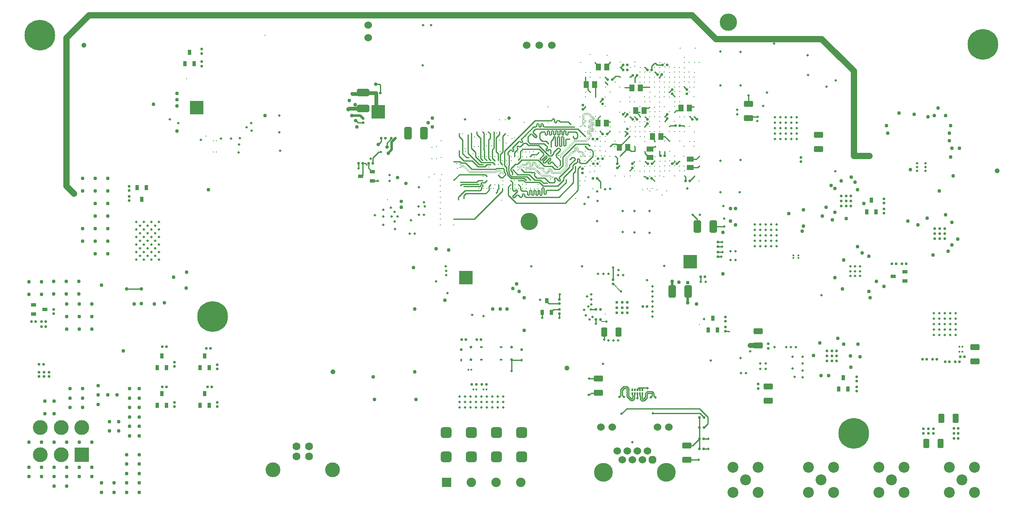
<source format=gbl>
G04*
G04 #@! TF.GenerationSoftware,Altium Limited,Altium Designer,23.11.1 (41)*
G04*
G04 Layer_Physical_Order=14*
G04 Layer_Color=16711680*
%FSLAX44Y44*%
%MOMM*%
G71*
G04*
G04 #@! TF.SameCoordinates,6B8C5B76-4EC9-4DBB-A8E1-E51C7E6A7B67*
G04*
G04*
G04 #@! TF.FilePolarity,Positive*
G04*
G01*
G75*
%ADD10C,0.2540*%
%ADD21C,0.2286*%
G04:AMPARAMS|DCode=46|XSize=1.8034mm|YSize=1.1938mm|CornerRadius=0.203mm|HoleSize=0mm|Usage=FLASHONLY|Rotation=180.000|XOffset=0mm|YOffset=0mm|HoleType=Round|Shape=RoundedRectangle|*
%AMROUNDEDRECTD46*
21,1,1.8034,0.7879,0,0,180.0*
21,1,1.3975,1.1938,0,0,180.0*
1,1,0.4059,-0.6988,0.3940*
1,1,0.4059,0.6988,0.3940*
1,1,0.4059,0.6988,-0.3940*
1,1,0.4059,-0.6988,-0.3940*
%
%ADD46ROUNDEDRECTD46*%
G04:AMPARAMS|DCode=47|XSize=2.5mm|YSize=1.5mm|CornerRadius=0.3mm|HoleSize=0mm|Usage=FLASHONLY|Rotation=90.000|XOffset=0mm|YOffset=0mm|HoleType=Round|Shape=RoundedRectangle|*
%AMROUNDEDRECTD47*
21,1,2.5000,0.9000,0,0,90.0*
21,1,1.9000,1.5000,0,0,90.0*
1,1,0.6000,0.4500,0.9500*
1,1,0.6000,0.4500,-0.9500*
1,1,0.6000,-0.4500,-0.9500*
1,1,0.6000,-0.4500,0.9500*
%
%ADD47ROUNDEDRECTD47*%
G04:AMPARAMS|DCode=48|XSize=1.397mm|YSize=1.0922mm|CornerRadius=0.2021mm|HoleSize=0mm|Usage=FLASHONLY|Rotation=180.000|XOffset=0mm|YOffset=0mm|HoleType=Round|Shape=RoundedRectangle|*
%AMROUNDEDRECTD48*
21,1,1.3970,0.6881,0,0,180.0*
21,1,0.9929,1.0922,0,0,180.0*
1,1,0.4041,-0.4964,0.3440*
1,1,0.4041,0.4964,0.3440*
1,1,0.4041,0.4964,-0.3440*
1,1,0.4041,-0.4964,-0.3440*
%
%ADD48ROUNDEDRECTD48*%
G04:AMPARAMS|DCode=49|XSize=0.508mm|YSize=0.508mm|CornerRadius=0.1524mm|HoleSize=0mm|Usage=FLASHONLY|Rotation=180.000|XOffset=0mm|YOffset=0mm|HoleType=Round|Shape=RoundedRectangle|*
%AMROUNDEDRECTD49*
21,1,0.5080,0.2032,0,0,180.0*
21,1,0.2032,0.5080,0,0,180.0*
1,1,0.3048,-0.1016,0.1016*
1,1,0.3048,0.1016,0.1016*
1,1,0.3048,0.1016,-0.1016*
1,1,0.3048,-0.1016,-0.1016*
%
%ADD49ROUNDEDRECTD49*%
%ADD50R,0.4572X0.3048*%
G04:AMPARAMS|DCode=52|XSize=1.397mm|YSize=1.0922mm|CornerRadius=0.2021mm|HoleSize=0mm|Usage=FLASHONLY|Rotation=90.000|XOffset=0mm|YOffset=0mm|HoleType=Round|Shape=RoundedRectangle|*
%AMROUNDEDRECTD52*
21,1,1.3970,0.6881,0,0,90.0*
21,1,0.9929,1.0922,0,0,90.0*
1,1,0.4041,0.3440,0.4964*
1,1,0.4041,0.3440,-0.4964*
1,1,0.4041,-0.3440,-0.4964*
1,1,0.4041,-0.3440,0.4964*
%
%ADD52ROUNDEDRECTD52*%
G04:AMPARAMS|DCode=55|XSize=2.5mm|YSize=1.5mm|CornerRadius=0.3mm|HoleSize=0mm|Usage=FLASHONLY|Rotation=180.000|XOffset=0mm|YOffset=0mm|HoleType=Round|Shape=RoundedRectangle|*
%AMROUNDEDRECTD55*
21,1,2.5000,0.9000,0,0,180.0*
21,1,1.9000,1.5000,0,0,180.0*
1,1,0.6000,-0.9500,0.4500*
1,1,0.6000,0.9500,0.4500*
1,1,0.6000,0.9500,-0.4500*
1,1,0.6000,-0.9500,-0.4500*
%
%ADD55ROUNDEDRECTD55*%
%ADD60R,2.8000X2.8000*%
G04:AMPARAMS|DCode=63|XSize=0.508mm|YSize=0.508mm|CornerRadius=0.1524mm|HoleSize=0mm|Usage=FLASHONLY|Rotation=90.000|XOffset=0mm|YOffset=0mm|HoleType=Round|Shape=RoundedRectangle|*
%AMROUNDEDRECTD63*
21,1,0.5080,0.2032,0,0,90.0*
21,1,0.2032,0.5080,0,0,90.0*
1,1,0.3048,0.1016,0.1016*
1,1,0.3048,0.1016,-0.1016*
1,1,0.3048,-0.1016,-0.1016*
1,1,0.3048,-0.1016,0.1016*
%
%ADD63ROUNDEDRECTD63*%
%ADD66R,0.7112X1.0160*%
%ADD69R,2.8000X2.8000*%
%ADD75R,0.3048X0.4572*%
G04:AMPARAMS|DCode=76|XSize=1.8034mm|YSize=1.1938mm|CornerRadius=0.203mm|HoleSize=0mm|Usage=FLASHONLY|Rotation=90.000|XOffset=0mm|YOffset=0mm|HoleType=Round|Shape=RoundedRectangle|*
%AMROUNDEDRECTD76*
21,1,1.8034,0.7879,0,0,90.0*
21,1,1.3975,1.1938,0,0,90.0*
1,1,0.4059,0.3940,0.6988*
1,1,0.4059,0.3940,-0.6988*
1,1,0.4059,-0.3940,-0.6988*
1,1,0.4059,-0.3940,0.6988*
%
%ADD76ROUNDEDRECTD76*%
%ADD84R,1.0160X0.7112*%
G04:AMPARAMS|DCode=85|XSize=2.26mm|YSize=2.16mm|CornerRadius=0.54mm|HoleSize=0mm|Usage=FLASHONLY|Rotation=180.000|XOffset=0mm|YOffset=0mm|HoleType=Round|Shape=RoundedRectangle|*
%AMROUNDEDRECTD85*
21,1,2.2600,1.0800,0,0,180.0*
21,1,1.1800,2.1600,0,0,180.0*
1,1,1.0800,-0.5900,0.5400*
1,1,1.0800,0.5900,0.5400*
1,1,1.0800,0.5900,-0.5400*
1,1,1.0800,-0.5900,-0.5400*
%
%ADD85ROUNDEDRECTD85*%
G04:AMPARAMS|DCode=105|XSize=0.59mm|YSize=0.45mm|CornerRadius=0.1125mm|HoleSize=0mm|Usage=FLASHONLY|Rotation=90.000|XOffset=0mm|YOffset=0mm|HoleType=Round|Shape=RoundedRectangle|*
%AMROUNDEDRECTD105*
21,1,0.5900,0.2250,0,0,90.0*
21,1,0.3650,0.4500,0,0,90.0*
1,1,0.2250,0.1125,0.1825*
1,1,0.2250,0.1125,-0.1825*
1,1,0.2250,-0.1125,-0.1825*
1,1,0.2250,-0.1125,0.1825*
%
%ADD105ROUNDEDRECTD105*%
%ADD106R,0.4500X0.5900*%
%ADD216C,0.2384*%
%ADD223C,1.0000*%
%ADD240C,0.5080*%
%ADD241C,1.0160*%
%ADD242C,1.2700*%
%ADD244C,0.2398*%
%ADD245C,0.7620*%
%ADD246C,0.1616*%
%ADD248C,0.2191*%
%ADD250C,6.2000*%
%ADD251C,3.5000*%
%ADD252C,2.2000*%
%ADD253C,3.0000*%
%ADD254R,3.0000X3.0000*%
%ADD255R,1.9050X1.9050*%
%ADD256C,1.9050*%
%ADD257C,1.6000*%
%ADD258C,0.6000*%
%ADD259C,1.5240*%
G04:AMPARAMS|DCode=260|XSize=1.524mm|YSize=1.524mm|CornerRadius=0mm|HoleSize=0mm|Usage=FLASHONLY|Rotation=0.000|XOffset=0mm|YOffset=0mm|HoleType=Round|Shape=Octagon|*
%AMOCTAGOND260*
4,1,8,0.7620,-0.3810,0.7620,0.3810,0.3810,0.7620,-0.3810,0.7620,-0.7620,0.3810,-0.7620,-0.3810,-0.3810,-0.7620,0.3810,-0.7620,0.7620,-0.3810,0.0*
%
%ADD260OCTAGOND260*%

%ADD261C,3.8100*%
%ADD262C,0.7620*%
%ADD263C,0.5000*%
%ADD264C,0.3048*%
%ADD265C,0.5080*%
%ADD266C,0.7112*%
%ADD267C,0.5588*%
%ADD270C,0.2378*%
%ADD271C,0.1231*%
%ADD272R,0.3000X0.5500*%
%ADD273R,0.4000X0.5500*%
G04:AMPARAMS|DCode=274|XSize=0.59mm|YSize=0.45mm|CornerRadius=0.1125mm|HoleSize=0mm|Usage=FLASHONLY|Rotation=0.000|XOffset=0mm|YOffset=0mm|HoleType=Round|Shape=RoundedRectangle|*
%AMROUNDEDRECTD274*
21,1,0.5900,0.2250,0,0,0.0*
21,1,0.3650,0.4500,0,0,0.0*
1,1,0.2250,0.1825,-0.1125*
1,1,0.2250,-0.1825,-0.1125*
1,1,0.2250,-0.1825,0.1125*
1,1,0.2250,0.1825,0.1125*
%
%ADD274ROUNDEDRECTD274*%
%ADD275R,0.5900X0.4500*%
D10*
X754380Y731520D02*
X761522Y738662D01*
X754380Y723900D02*
Y731520D01*
X761522Y740567D02*
X762635Y741680D01*
X761522Y738662D02*
Y740567D01*
X736600Y728980D02*
X742315Y734695D01*
Y741680D01*
X739140Y850900D02*
X741045Y848995D01*
Y833120D02*
Y848995D01*
X731520Y850900D02*
X739140D01*
D21*
X1166616Y226060D02*
X1180338D01*
X1162050Y222250D02*
X1162806D01*
X1166616Y226060D01*
X1279404Y236220D02*
X1280160D01*
X1278519Y237105D02*
X1279404Y236220D01*
X1262551Y237105D02*
X1278519D01*
X1260697Y235251D02*
X1262551Y237105D01*
X1259840Y232450D02*
X1260697Y233307D01*
Y235251D01*
X1360170Y90932D02*
X1383792D01*
X1259840Y215900D02*
Y224750D01*
X1180338Y226060D02*
X1181100Y226822D01*
D46*
X1484550Y782320D02*
D03*
Y811276D02*
D03*
X1625520Y748538D02*
D03*
Y719582D02*
D03*
X1181100Y255778D02*
D03*
Y226822D02*
D03*
X1360170Y119888D02*
D03*
Y90932D02*
D03*
X1941400Y290322D02*
D03*
Y319278D02*
D03*
X1503680Y322072D02*
D03*
Y351028D02*
D03*
X1524000Y239268D02*
D03*
Y210312D02*
D03*
D47*
X828800Y751840D02*
D03*
X796800D02*
D03*
X1381000Y562610D02*
D03*
X1413000D02*
D03*
X1362200Y431800D02*
D03*
X1330200D02*
D03*
D48*
X1366520Y682371D02*
D03*
Y699389D02*
D03*
X1285240Y702691D02*
D03*
Y719709D02*
D03*
D49*
X1189998Y811108D02*
D03*
Y819998D02*
D03*
X1149350Y680085D02*
D03*
Y671195D02*
D03*
X1703184Y259328D02*
D03*
Y250438D02*
D03*
Y239009D02*
D03*
Y230119D02*
D03*
X81280Y395605D02*
D03*
Y386715D02*
D03*
X1757680Y619125D02*
D03*
Y610235D02*
D03*
Y589915D02*
D03*
Y598805D02*
D03*
X1437640Y351155D02*
D03*
Y360045D02*
D03*
Y380365D02*
D03*
Y371475D02*
D03*
X1102360Y415925D02*
D03*
Y407035D02*
D03*
Y386715D02*
D03*
Y395605D02*
D03*
X380492Y887485D02*
D03*
Y896375D02*
D03*
Y921775D02*
D03*
Y912885D02*
D03*
X233680Y615315D02*
D03*
Y624205D02*
D03*
Y635635D02*
D03*
Y644525D02*
D03*
X72390Y259715D02*
D03*
Y268605D02*
D03*
X62230D02*
D03*
Y259715D02*
D03*
X52070Y268605D02*
D03*
Y259715D02*
D03*
X1249997Y681109D02*
D03*
Y689999D02*
D03*
X1219200Y681355D02*
D03*
Y690245D02*
D03*
X1319997Y781108D02*
D03*
Y789998D02*
D03*
X1359997Y831108D02*
D03*
Y839998D02*
D03*
X1329998Y831109D02*
D03*
Y839999D02*
D03*
X1239997Y751108D02*
D03*
Y759998D02*
D03*
X1279997Y771108D02*
D03*
Y779998D02*
D03*
X1149998Y808889D02*
D03*
Y799999D02*
D03*
X1589960Y702945D02*
D03*
Y694055D02*
D03*
X706120Y772795D02*
D03*
Y781685D02*
D03*
X1422400Y502285D02*
D03*
Y511175D02*
D03*
Y522605D02*
D03*
Y531495D02*
D03*
X411480Y283845D02*
D03*
Y274955D02*
D03*
X325120Y288925D02*
D03*
Y280035D02*
D03*
X411480Y198755D02*
D03*
Y207645D02*
D03*
X325120D02*
D03*
Y198755D02*
D03*
X1211338Y446534D02*
D03*
Y455424D02*
D03*
X1837641Y145005D02*
D03*
Y153895D02*
D03*
X1847801Y145005D02*
D03*
Y153895D02*
D03*
X1857961Y145005D02*
D03*
Y153895D02*
D03*
X1524000Y316865D02*
D03*
Y325755D02*
D03*
X1503680Y244475D02*
D03*
Y235585D02*
D03*
D50*
X1584960Y504698D02*
D03*
Y499110D02*
D03*
X1574800Y504698D02*
D03*
Y499110D02*
D03*
D52*
X1273429Y797560D02*
D03*
X1256411D02*
D03*
X1240409Y722630D02*
D03*
X1223391D02*
D03*
X1364869Y802640D02*
D03*
X1347851D02*
D03*
X1248791Y843280D02*
D03*
X1265809D02*
D03*
X1173507Y849998D02*
D03*
X1156489D02*
D03*
X1198245Y885698D02*
D03*
X1181227D02*
D03*
X1180211Y772160D02*
D03*
X1197229D02*
D03*
X1290193Y745236D02*
D03*
X1307211D02*
D03*
D55*
X706120Y801880D02*
D03*
Y833880D02*
D03*
D60*
X736740Y795181D02*
D03*
X369983Y803484D02*
D03*
X913930Y459600D02*
D03*
D63*
X1231107Y789998D02*
D03*
X1239997D02*
D03*
X1189998Y749998D02*
D03*
X1198888D02*
D03*
X1180465Y699770D02*
D03*
X1189355D02*
D03*
X1171108Y689999D02*
D03*
X1179998D02*
D03*
X1345565Y767080D02*
D03*
X1336675D02*
D03*
X36195Y370840D02*
D03*
X45085D02*
D03*
X65405D02*
D03*
X56515D02*
D03*
Y360680D02*
D03*
X65405D02*
D03*
X696595Y690880D02*
D03*
X705485D02*
D03*
X725805D02*
D03*
X716915D02*
D03*
X1793875Y487680D02*
D03*
X1802765D02*
D03*
X1773555D02*
D03*
X1782445D02*
D03*
X52070Y284480D02*
D03*
X60960D02*
D03*
X1365885Y655320D02*
D03*
X1356995D02*
D03*
X1339215Y689610D02*
D03*
X1330325D02*
D03*
X1371107Y779998D02*
D03*
X1379997D02*
D03*
X1279997Y879998D02*
D03*
X1288887D02*
D03*
X1300480Y869950D02*
D03*
X1309370D02*
D03*
X1311107Y889998D02*
D03*
X1319997D02*
D03*
X1239998Y879999D02*
D03*
X1231108D02*
D03*
X1169998Y739998D02*
D03*
X1178888D02*
D03*
X1306195Y706120D02*
D03*
X1315085D02*
D03*
X1280795Y690118D02*
D03*
X1289685D02*
D03*
X1288923Y660146D02*
D03*
X1280033D02*
D03*
X1250315Y779780D02*
D03*
X1259205D02*
D03*
X1208888Y859998D02*
D03*
X1199998D02*
D03*
X1259205Y868680D02*
D03*
X1250315D02*
D03*
X1239997Y889998D02*
D03*
X1231107D02*
D03*
X741045Y833120D02*
D03*
X732155D02*
D03*
X742315Y741680D02*
D03*
X751205D02*
D03*
X762635D02*
D03*
X771525D02*
D03*
X1387475Y461010D02*
D03*
X1396365D02*
D03*
X398399Y316239D02*
D03*
X389509D02*
D03*
X309245Y320040D02*
D03*
X300355D02*
D03*
X400685Y238760D02*
D03*
X391795D02*
D03*
X309245D02*
D03*
X300355D02*
D03*
X1393825Y113030D02*
D03*
X1384935D02*
D03*
X1394460Y156464D02*
D03*
X1385570D02*
D03*
X1394460Y176784D02*
D03*
X1385570D02*
D03*
X1393825Y133350D02*
D03*
X1384935D02*
D03*
X1185303Y395099D02*
D03*
X1176413D02*
D03*
X1185303Y374779D02*
D03*
X1176413D02*
D03*
X1270635Y401320D02*
D03*
X1279525D02*
D03*
X1855675Y294640D02*
D03*
X1864565D02*
D03*
X1844245D02*
D03*
X1835355D02*
D03*
X1889965Y289560D02*
D03*
X1881075D02*
D03*
X1901395D02*
D03*
X1910285D02*
D03*
X1899236Y134210D02*
D03*
X1908126D02*
D03*
X1899236Y154530D02*
D03*
X1908126D02*
D03*
X1899236Y144370D02*
D03*
X1908126D02*
D03*
X1911555Y299720D02*
D03*
X1920445D02*
D03*
X935355Y334010D02*
D03*
X944245D02*
D03*
X913765D02*
D03*
X904875D02*
D03*
X946150Y243840D02*
D03*
X955040D02*
D03*
X925830D02*
D03*
X934720D02*
D03*
X1178888Y659999D02*
D03*
X1169998D02*
D03*
D66*
X1675498Y257687D02*
D03*
X1684896Y234319D02*
D03*
X1666100D02*
D03*
X1732280Y616204D02*
D03*
X1741678Y592836D02*
D03*
X1722882D02*
D03*
X1412240Y377444D02*
D03*
X1421638Y354076D02*
D03*
X1402842D02*
D03*
X1067562Y389636D02*
D03*
X1076960Y413004D02*
D03*
X1086358Y389636D02*
D03*
X355854Y915298D02*
D03*
X365252Y891930D02*
D03*
X346456D02*
D03*
X259080Y618236D02*
D03*
X249682Y641604D02*
D03*
X268478D02*
D03*
X386080Y301244D02*
D03*
X395478Y277876D02*
D03*
X376682D02*
D03*
X290322D02*
D03*
X299720Y301244D02*
D03*
X309118Y277876D02*
D03*
X376682Y201676D02*
D03*
X386080Y225044D02*
D03*
X395478Y201676D02*
D03*
X290322D02*
D03*
X299720Y225044D02*
D03*
X309118Y201676D02*
D03*
D69*
X1366520Y491490D02*
D03*
D75*
X1910412Y309880D02*
D03*
X1916000D02*
D03*
X1910412Y320040D02*
D03*
X1916000D02*
D03*
X918972Y273050D02*
D03*
X924560D02*
D03*
X949452Y233680D02*
D03*
X955040D02*
D03*
X934720D02*
D03*
X929132D02*
D03*
D76*
X1222006Y349379D02*
D03*
X1193050D02*
D03*
X1843483Y124050D02*
D03*
X1872439D02*
D03*
X1902919Y174850D02*
D03*
X1873963D02*
D03*
D84*
X64008Y395478D02*
D03*
X40640Y386080D02*
D03*
Y404876D02*
D03*
X701421Y664210D02*
D03*
X724789Y673608D02*
D03*
Y654812D02*
D03*
X1776476Y462280D02*
D03*
X1799844Y471678D02*
D03*
Y452882D02*
D03*
D85*
X1026160Y146420D02*
D03*
Y97420D02*
D03*
X975360Y146420D02*
D03*
Y97420D02*
D03*
X924560Y146420D02*
D03*
Y97420D02*
D03*
X873760Y146420D02*
D03*
Y97420D02*
D03*
D105*
X904240Y314030D02*
D03*
X1026160D02*
D03*
D106*
X904240Y293030D02*
D03*
X1026160D02*
D03*
D216*
X692077Y777240D02*
X696522Y772795D01*
X706120D01*
X690880Y777240D02*
X692077D01*
X725805Y702216D02*
X737329Y713740D01*
X741680D01*
X1444625Y351155D02*
X1445260Y350520D01*
X1437640Y351155D02*
X1444625D01*
X725805Y690880D02*
Y702216D01*
X1006180Y270850D02*
Y293370D01*
X1025990Y293200D02*
X1026160Y293030D01*
X1006350Y293200D02*
X1025990D01*
X1006180Y293370D02*
X1006350Y293200D01*
X1067562Y377952D02*
Y389636D01*
X1102741Y416306D02*
Y425323D01*
X1103122Y425704D01*
X1102360Y415925D02*
X1102741Y416306D01*
X1101250Y407035D02*
X1101805Y406480D01*
X1081405Y407035D02*
X1101250D01*
X1076960Y411480D02*
Y413004D01*
Y411480D02*
X1081405Y407035D01*
X1101805Y406480D02*
X1102360Y407035D01*
X1086358Y391160D02*
X1090803Y395605D01*
X1102360D01*
X1086358Y389636D02*
Y391160D01*
X1244600Y675711D02*
X1249997Y681109D01*
X1244600Y675640D02*
Y675711D01*
X1276297Y694436D02*
X1280615Y690118D01*
X1275588Y694563D02*
X1275715Y694436D01*
X1280615Y690118D02*
X1280795D01*
X1275715Y694436D02*
X1276297D01*
X1289699Y690118D02*
X1295132Y695551D01*
X1289685Y690118D02*
X1289699D01*
X1295132Y695551D02*
X1295146D01*
X1281589Y699279D02*
X1285001Y702691D01*
X1280795Y690118D02*
X1281589Y690912D01*
X1274953Y711454D02*
X1283716Y702691D01*
X1274826Y714756D02*
X1274953Y714629D01*
Y711454D02*
Y714629D01*
X1354102Y845820D02*
X1359924Y839998D01*
X1354029Y845820D02*
X1354102D01*
X1359924Y839998D02*
X1359997D01*
X1265809Y843280D02*
X1267676Y845147D01*
X1234849Y844446D02*
X1247625D01*
X1248791Y843280D01*
X1288887Y887354D02*
X1294798Y893264D01*
X1288887Y879998D02*
Y887354D01*
X1294798Y893264D02*
X1294925Y893138D01*
X1296859D02*
X1299998Y889998D01*
X1294925Y893138D02*
X1296859D01*
X1299998Y889998D02*
X1309964D01*
Y888855D02*
X1311107Y889998D01*
X1304572Y865153D02*
X1309370Y869950D01*
X1304445Y863730D02*
X1304572Y863857D01*
Y865153D01*
X1208888Y859998D02*
X1216183Y867293D01*
X1195154Y854870D02*
X1200026Y849998D01*
X1195098Y854870D02*
X1195154D01*
X1273935Y664085D02*
X1276094D01*
X1280033Y660146D02*
X1280033D01*
X1273810Y664210D02*
X1273935Y664085D01*
X1276094D02*
X1280033Y660146D01*
X1371600Y586740D02*
X1381000Y577340D01*
Y562610D02*
Y577340D01*
X1413000Y562610D02*
X1435100D01*
X1422717Y522287D02*
X1430972D01*
X1422400Y522605D02*
X1422717Y522287D01*
X1430972D02*
X1431290Y521970D01*
X1422400Y531495D02*
X1430655D01*
X1422400Y511175D02*
X1431925D01*
X1422400Y502285D02*
X1429385D01*
X1387475Y451485D02*
Y461010D01*
X1486730Y784500D02*
X1503320D01*
X1484550Y782320D02*
X1486730Y784500D01*
X1484550Y827960D02*
X1484630Y828040D01*
X1484550Y811276D02*
Y827960D01*
X1249997Y690178D02*
X1253683Y693864D01*
Y694083D02*
X1253810Y694210D01*
X1249997Y689999D02*
Y690178D01*
X1253683Y693864D02*
Y694083D01*
X1289685Y690118D02*
X1289778Y690211D01*
X1339215Y689610D02*
X1344328Y694723D01*
X1345423D01*
X1345550Y694850D01*
X1335020Y694305D02*
Y695424D01*
X1330325Y689610D02*
X1335020Y694305D01*
Y695424D02*
X1335146Y695551D01*
X1355146Y665371D02*
X1356995Y663523D01*
X1355146Y665371D02*
Y665551D01*
X1356995Y655320D02*
Y663523D01*
X1375020Y664454D02*
Y665424D01*
X1365885Y655320D02*
X1375020Y664454D01*
Y665424D02*
X1375146Y665551D01*
X1374445Y785147D02*
X1374572Y785020D01*
X1374975D02*
X1379997Y779998D01*
X1374572Y785020D02*
X1374975D01*
X1365146Y785551D02*
X1365273Y785424D01*
X1365682D02*
X1371107Y779998D01*
X1365273Y785424D02*
X1365682D01*
X1274976Y766087D02*
X1279997Y771108D01*
X1274976Y764573D02*
Y766087D01*
X1274849Y764446D02*
X1274976Y764573D01*
X1275677Y784499D02*
X1279997Y780178D01*
X1275550Y784850D02*
X1275677Y784723D01*
X1279997Y779998D02*
Y780178D01*
X1275677Y784499D02*
Y784723D01*
X1259525Y794446D02*
X1264849D01*
X1256411Y797560D02*
X1259525Y794446D01*
X1273429Y797560D02*
Y798038D01*
X1277635Y802244D01*
X1282467D01*
X1284669Y804446D01*
X1284849D01*
X1256411Y795671D02*
X1265423Y786659D01*
Y784977D02*
X1265550Y784850D01*
X1256411Y795671D02*
Y797560D01*
X1265423Y784977D02*
Y786659D01*
X1244763Y784929D02*
X1244890Y784802D01*
X1245293D02*
X1250315Y779780D01*
X1244890Y784802D02*
X1245293D01*
X1254572Y784413D02*
Y785021D01*
Y784413D02*
X1259205Y779780D01*
X1254445Y785147D02*
X1254572Y785021D01*
X1234976Y784573D02*
Y784977D01*
X1234849Y784446D02*
X1234976Y784573D01*
Y784977D02*
X1239997Y789998D01*
X1231107Y790178D02*
X1234722Y793792D01*
Y794320D02*
X1234849Y794446D01*
X1231107Y789998D02*
Y790178D01*
X1234722Y793792D02*
Y794320D01*
X1267676Y845147D02*
X1284445D01*
X1265809Y843280D02*
Y844356D01*
X1174572Y894325D02*
Y895021D01*
X1174445Y895147D02*
X1174572Y895021D01*
X1181227Y885698D02*
Y887670D01*
X1174572Y894325D02*
X1181227Y887670D01*
X1195070Y864870D02*
X1195126D01*
X1199998Y859998D01*
X1204539Y755650D02*
X1205230D01*
X1198888Y749998D02*
X1204539Y755650D01*
X1293950Y736629D02*
X1295550Y735030D01*
Y734850D02*
Y735030D01*
X1290193Y745236D02*
X1293950Y741479D01*
Y736629D02*
Y741479D01*
X1315461Y745236D02*
X1325146Y735551D01*
X1307211Y745236D02*
X1315461D01*
X1294787Y723466D02*
X1296490Y725170D01*
X1296670D01*
X1285240Y719709D02*
X1288997Y723466D01*
X1294787D01*
X1285001Y702691D02*
X1285240D01*
X1283716D02*
X1285001D01*
X1305146Y715551D02*
X1305273Y715424D01*
Y707042D02*
X1306195Y706120D01*
X1305273Y707042D02*
Y715424D01*
X1315085Y706120D02*
Y714375D01*
X1381787Y682371D02*
X1384967Y685551D01*
X1366520Y682371D02*
X1381787D01*
X1384967Y685551D02*
X1385146D01*
X1366520Y699389D02*
X1378984D01*
X1385146Y705551D01*
X1345565Y767080D02*
X1353438D01*
X1354967Y765551D02*
X1355146D01*
X1324625Y765147D02*
X1326558Y767080D01*
X1353438D02*
X1354967Y765551D01*
X1326558Y767080D02*
X1336675D01*
X1324445Y765147D02*
X1324625D01*
X1315677Y776609D02*
X1319997Y780929D01*
X1315677Y774977D02*
Y776609D01*
X1315550Y774850D02*
X1315677Y774977D01*
X1319997Y780929D02*
Y781108D01*
X1314976Y784977D02*
X1319997Y789998D01*
X1314976Y784573D02*
Y784977D01*
X1314849Y784446D02*
X1314976Y784573D01*
X1334770Y793750D02*
X1338813Y797793D01*
X1343645D01*
X1347851Y801999D02*
Y802640D01*
X1343645Y797793D02*
X1347851Y801999D01*
X1364869Y802640D02*
X1367376Y805147D01*
X1374445D01*
X1329998Y831109D02*
X1335606Y825500D01*
X1323641Y834746D02*
X1324745D01*
X1329998Y839999D01*
X1323514Y834619D02*
X1323641Y834746D01*
X1295055Y874972D02*
X1295458D01*
X1300480Y869950D01*
X1294928Y875099D02*
X1295055Y874972D01*
X1275676Y884320D02*
X1279997Y879998D01*
X1279997D01*
X1274976Y884320D02*
X1275676D01*
X1274849Y884446D02*
X1274976Y884320D01*
X1254849Y864324D02*
X1259205Y868680D01*
Y868680D01*
X1254849Y854446D02*
Y864324D01*
X1247133Y865678D02*
X1250135Y868680D01*
X1245146Y865551D02*
X1245273Y865678D01*
X1250135Y868680D02*
X1250315D01*
X1245273Y865678D02*
X1247133D01*
X1198245Y887670D02*
X1205020Y894445D01*
Y895424D02*
X1205146Y895551D01*
X1198245Y885698D02*
Y887670D01*
X1205020Y894445D02*
Y895424D01*
X1223107Y867293D02*
X1225550Y864850D01*
X1216183Y867293D02*
X1223107D01*
X1175423Y824977D02*
Y848082D01*
X1173507Y849998D02*
X1175423Y848082D01*
Y824977D02*
X1175550Y824850D01*
X1184849Y814446D02*
X1184976Y814573D01*
Y814977D02*
X1189998Y819998D01*
X1184976Y814573D02*
Y814977D01*
X1155020Y805021D02*
Y805424D01*
X1149998Y799999D02*
X1155020Y805021D01*
Y805424D02*
X1155146Y805551D01*
X1235273Y746384D02*
X1239997Y751108D01*
X1235146Y745551D02*
X1235273Y745678D01*
X1239997Y751108D02*
Y751108D01*
X1235273Y745678D02*
Y746384D01*
X1235020Y745424D02*
X1235146Y745551D01*
X1236086Y755021D02*
X1239997Y751108D01*
X1234445Y755147D02*
X1234572Y755021D01*
X1236086D01*
X1223391Y723706D02*
Y723975D01*
Y722630D02*
Y723706D01*
X1244967Y745551D02*
X1245146D01*
X1223391Y723975D02*
X1244967Y745551D01*
X1254445Y724968D02*
Y725147D01*
X1255146Y715551D02*
Y724267D01*
X1254445Y724968D02*
X1255146Y724267D01*
X1240409Y721106D02*
Y721554D01*
X1244615Y717349D01*
X1245690D01*
X1247488Y715551D02*
X1255146D01*
X1240409Y721554D02*
Y722630D01*
X1245690Y717349D02*
X1247488Y715551D01*
X1289103Y660146D02*
X1293548Y655701D01*
X1294257D02*
X1294384Y655574D01*
X1288923Y660146D02*
X1289103D01*
X1293548Y655701D02*
X1294257D01*
X1193050Y334530D02*
Y349379D01*
X1211338Y455424D02*
Y479818D01*
X1162558Y255778D02*
X1181100D01*
X1166243Y395099D02*
X1176413D01*
Y366407D02*
Y374779D01*
X1225677Y884977D02*
X1226086D01*
X1231107Y889998D01*
X1225550Y884850D02*
X1225677Y884977D01*
X1226383Y884723D02*
X1231108Y879999D01*
X1156489Y849998D02*
X1160038Y846449D01*
X1155273Y851214D02*
X1156489Y849998D01*
X1155146Y865551D02*
X1155273Y865424D01*
Y851214D02*
Y865424D01*
X1160038Y839257D02*
Y846449D01*
Y839257D02*
X1164849Y834446D01*
X1199515Y774446D02*
X1204849D01*
X1197229Y772160D02*
X1199515Y774446D01*
X1204849Y724446D02*
X1210401Y729999D01*
X1217098D01*
X1223391Y723706D01*
X1225677Y706374D02*
X1240409Y721106D01*
X1225550Y704850D02*
X1225677Y704977D01*
Y706374D01*
X1219200Y681355D02*
X1223264Y685419D01*
X1224661D02*
X1224788Y685546D01*
X1219200Y681355D02*
X1219200D01*
X1223264Y685419D02*
X1224661D01*
X1215146Y705551D02*
X1219200Y701497D01*
Y690245D02*
Y701497D01*
X1178888Y659999D02*
X1185164Y653722D01*
Y640588D02*
Y653722D01*
X696595Y681355D02*
X697230Y680720D01*
X696595Y681355D02*
Y690880D01*
X704850Y666574D02*
X705309D01*
Y690704D01*
X705485Y690880D01*
X702486Y664210D02*
X704850Y666574D01*
X701421Y664210D02*
X702486D01*
X712421Y688423D02*
Y689483D01*
X705485Y690880D02*
X711024D01*
X712421Y689483D01*
Y688423D02*
X713769Y687076D01*
X716915Y681482D02*
X720901Y677496D01*
X723265Y673608D02*
X724789D01*
X720901Y675972D02*
X723265Y673608D01*
X720901Y675972D02*
Y677496D01*
X716915Y681482D02*
Y690880D01*
X974598Y714502D02*
Y742188D01*
Y714502D02*
X978671Y710429D01*
X981710Y749300D02*
Y754380D01*
X974598Y742188D02*
X981710Y749300D01*
X978671Y696373D02*
Y710429D01*
D223*
X142240Y929640D02*
D03*
X1117600Y276860D02*
D03*
X645160Y269240D02*
D03*
X1986280Y675640D02*
D03*
D240*
X1330200Y431800D02*
Y452363D01*
X1361440Y408940D02*
X1361820Y409320D01*
Y431420D02*
X1362200Y431800D01*
X1361820Y409320D02*
Y431420D01*
X683260Y787400D02*
X700405D01*
X706120Y781685D01*
X756920Y711200D02*
X764222Y718503D01*
Y734378D01*
X771525Y741680D01*
D241*
X1487678Y322072D02*
X1503680D01*
D242*
X1370330Y990600D02*
X1418590Y942340D01*
X1631950D01*
X1696720Y877570D01*
X152400Y990600D02*
X1370330D01*
X1696720Y706120D02*
Y877570D01*
X106680Y667106D02*
Y944880D01*
Y645160D02*
Y667106D01*
Y944880D02*
X152400Y990600D01*
X1696720Y706120D02*
X1711960D01*
X1727829D01*
X106680Y645160D02*
X121920Y629920D01*
D244*
X228774Y436706D02*
X258407D01*
X228600Y436880D02*
X228774Y436706D01*
X258407D02*
X258581Y436532D01*
X1102360Y378206D02*
X1102614Y377952D01*
X1102360Y378206D02*
Y386715D01*
X1180211Y781431D02*
X1184910Y786130D01*
X1180211Y772160D02*
Y781431D01*
X724789Y654812D02*
X736092D01*
X1184346Y755650D02*
X1189998Y749998D01*
D245*
X732155Y799766D02*
Y833120D01*
X677420Y801880D02*
X706120D01*
X675640Y800100D02*
X677420Y801880D01*
X684699Y831681D02*
X703921D01*
X706120Y833880D01*
X706880Y833120D01*
X732155D01*
Y799766D02*
X736740Y795181D01*
D246*
X1211712Y446534D02*
X1226486Y431760D01*
X1211338Y446534D02*
X1211712D01*
X1226486Y431760D02*
X1226860D01*
X1185303Y374779D02*
X1189241Y370840D01*
X1197102D01*
D248*
X1393825Y113030D02*
X1403350D01*
X1393825Y133350D02*
X1403350D01*
X1402080Y164084D02*
Y177800D01*
X1394460Y156464D02*
X1402080Y164084D01*
X1385075Y194805D02*
X1402080Y177800D01*
X1238745Y194805D02*
X1385075D01*
X1385824Y185420D02*
X1394460Y176784D01*
X1291590Y185420D02*
X1291908Y185737D01*
X1291590Y185420D02*
X1385824D01*
X1385253Y113348D02*
Y176467D01*
X1360170Y119888D02*
X1371473D01*
X1384935Y133350D01*
X1385253Y176467D02*
X1385570Y176784D01*
X1384935Y113030D02*
X1385253Y113348D01*
X1228090Y184150D02*
X1238745Y194805D01*
X1265610Y213923D02*
Y220083D01*
Y213923D02*
X1268920Y210612D01*
X1270354Y214073D02*
X1272169D01*
X1269070Y215356D02*
Y220083D01*
X1279894Y216904D02*
Y224511D01*
X1273602Y210612D02*
X1279894Y216904D01*
X1272169Y214073D02*
X1276433Y218338D01*
X1269070Y215356D02*
X1270354Y214073D01*
X1268920Y210612D02*
X1273602D01*
X1276433Y218338D02*
Y225944D01*
X1265245Y220448D02*
X1265610Y220083D01*
X1269435Y220448D02*
Y224345D01*
X1269070Y220083D02*
X1269435Y220448D01*
X1265245D02*
Y224345D01*
X1264840Y224750D02*
X1265245Y224345D01*
X1269435D02*
X1269840Y224750D01*
X1279894Y224511D02*
X1281443Y226060D01*
X1288576D01*
X1276433Y225944D02*
X1280010Y229521D01*
X1290010D01*
X1288576Y226060D02*
X1289860Y224777D01*
X1293320Y224128D02*
Y226210D01*
X1289860Y222695D02*
Y224777D01*
X1290010Y229521D02*
X1293320Y226210D01*
X1287145Y217170D02*
Y217183D01*
X1293320Y224128D02*
X1293320Y224128D01*
Y219898D02*
Y224128D01*
X1296035Y217170D02*
Y217183D01*
X1293320Y219898D02*
X1296035Y217183D01*
X1289860Y222695D02*
X1289860Y222695D01*
X1287145Y217183D02*
X1289860Y219898D01*
Y222695D01*
X1254070Y215193D02*
Y221812D01*
X1249326Y215343D02*
X1250610Y216626D01*
X1250760Y211882D02*
X1254070Y215193D01*
X1242060Y220794D02*
Y236370D01*
X1238599Y219361D02*
Y234937D01*
X1247512Y215343D02*
X1249326D01*
X1242060Y220794D02*
X1247512Y215343D01*
X1238599Y219361D02*
X1246078Y211882D01*
X1250760D01*
X1250610Y216626D02*
Y221812D01*
X1250245Y222177D02*
X1250610Y221812D01*
X1254070D02*
X1254435Y222177D01*
X1250245D02*
Y224345D01*
X1254435Y222177D02*
Y224345D01*
X1238749Y239681D02*
X1242060Y236370D01*
X1237316Y236220D02*
X1238599Y234937D01*
X1233741Y236220D02*
X1237316D01*
X1232308Y239681D02*
X1238749D01*
X1226360Y221168D02*
Y233732D01*
X1232308Y239681D01*
X1232535Y218440D02*
Y218453D01*
X1229820Y221168D02*
X1232535Y218453D01*
X1223645Y218440D02*
Y218453D01*
X1226360Y221168D01*
X1229820Y232299D02*
X1233741Y236220D01*
X1229820Y221168D02*
Y232299D01*
X1249840Y224750D02*
X1250245Y224345D01*
X1254435D02*
X1254840Y224750D01*
D250*
X1696720Y144780D02*
D03*
X1957465Y931171D02*
D03*
X53340Y949960D02*
D03*
X402580Y380655D02*
D03*
D251*
X1443830Y976167D02*
D03*
X1041830Y573167D02*
D03*
D252*
X1915160Y50720D02*
D03*
X1940560Y76120D02*
D03*
Y25320D02*
D03*
X1889760D02*
D03*
Y76120D02*
D03*
X1772920Y50800D02*
D03*
X1798320Y76200D02*
D03*
Y25400D02*
D03*
X1747520D02*
D03*
Y76200D02*
D03*
X1630680Y50800D02*
D03*
X1656080Y76200D02*
D03*
Y25400D02*
D03*
X1605280D02*
D03*
Y76200D02*
D03*
X1478280Y50800D02*
D03*
X1503680Y76200D02*
D03*
Y25400D02*
D03*
X1452880D02*
D03*
Y76200D02*
D03*
D253*
X54520Y101705D02*
D03*
X96520D02*
D03*
X54520Y156705D02*
D03*
X96520D02*
D03*
X138520D02*
D03*
X524000Y71120D02*
D03*
X644400D02*
D03*
D254*
X138520Y101705D02*
D03*
D255*
X874960Y45720D02*
D03*
D256*
X924960D02*
D03*
X974960D02*
D03*
X1024960D02*
D03*
D257*
X596700Y118120D02*
D03*
X571700D02*
D03*
X596700Y98120D02*
D03*
X571700D02*
D03*
D258*
X1240060Y409560D02*
D03*
Y398860D02*
D03*
Y388160D02*
D03*
X1229360Y409560D02*
D03*
Y398860D02*
D03*
Y388160D02*
D03*
X1218660Y409560D02*
D03*
Y398860D02*
D03*
Y388160D02*
D03*
D259*
X1300480Y157480D02*
D03*
X1209040D02*
D03*
X1323340D02*
D03*
X1219200Y109220D02*
D03*
X1239520D02*
D03*
X1259840D02*
D03*
X1280160D02*
D03*
X1229360Y91440D02*
D03*
X1249680D02*
D03*
X1270000D02*
D03*
X1186180Y157480D02*
D03*
X716280Y970280D02*
D03*
Y944880D02*
D03*
X1087120Y929640D02*
D03*
X1036320D02*
D03*
X1061720D02*
D03*
D260*
X1290320Y91440D02*
D03*
D261*
X1191260Y66040D02*
D03*
X1318260D02*
D03*
D262*
X222250Y311150D02*
D03*
X57150Y425450D02*
D03*
Y450850D02*
D03*
X31750Y425450D02*
D03*
Y450850D02*
D03*
X107950Y381000D02*
D03*
Y355600D02*
D03*
Y406400D02*
D03*
X81779Y451780D02*
D03*
Y426380D02*
D03*
X132579Y451780D02*
D03*
X107179D02*
D03*
X132579Y426380D02*
D03*
X107179D02*
D03*
X158750Y406400D02*
D03*
X133350D02*
D03*
X158750Y355600D02*
D03*
Y381000D02*
D03*
X133350Y355600D02*
D03*
Y381000D02*
D03*
X121920Y629920D02*
D03*
X177800Y444500D02*
D03*
X190500Y508000D02*
D03*
X165100D02*
D03*
Y609600D02*
D03*
Y584200D02*
D03*
Y558800D02*
D03*
X190500Y609600D02*
D03*
Y584200D02*
D03*
Y558800D02*
D03*
X139700D02*
D03*
X190500Y533400D02*
D03*
X165100D02*
D03*
X139700D02*
D03*
Y635000D02*
D03*
X165100D02*
D03*
X190500D02*
D03*
X139700Y660400D02*
D03*
X165100D02*
D03*
X190500D02*
D03*
X1566113Y588967D02*
D03*
X1592580Y553720D02*
D03*
X1595120Y563880D02*
D03*
Y596900D02*
D03*
X1633220Y584200D02*
D03*
X1640840Y601980D02*
D03*
X1651074Y646176D02*
D03*
X1653540Y576580D02*
D03*
X1681480Y579120D02*
D03*
X1658620Y591820D02*
D03*
Y640080D02*
D03*
X1671320Y655320D02*
D03*
X1699260Y652780D02*
D03*
X1691640Y662940D02*
D03*
X1717040Y609600D02*
D03*
X1704340Y637540D02*
D03*
X1887220Y513080D02*
D03*
X1805940Y574040D02*
D03*
X1826260Y566420D02*
D03*
X1856740Y505460D02*
D03*
X1894840Y525780D02*
D03*
X1906778Y537718D02*
D03*
X1894840Y571500D02*
D03*
X1882140Y586740D02*
D03*
X1844921Y579640D02*
D03*
X1846580Y784860D02*
D03*
X1859280Y787400D02*
D03*
X1882140D02*
D03*
X1762760Y767080D02*
D03*
X1765300Y751840D02*
D03*
X1818640Y789940D02*
D03*
X1788160Y792480D02*
D03*
X1869440Y635000D02*
D03*
X1811020Y678180D02*
D03*
X1897380Y665480D02*
D03*
X1892300Y703580D02*
D03*
X1910080Y721360D02*
D03*
X1894840D02*
D03*
X1889760Y736600D02*
D03*
Y751840D02*
D03*
X1892300Y767080D02*
D03*
X1866900Y802640D02*
D03*
X1727200Y502920D02*
D03*
X1704340Y522478D02*
D03*
X1713640Y509680D02*
D03*
X1676400Y495300D02*
D03*
X1757680Y441960D02*
D03*
X1742440Y452120D02*
D03*
X1727200Y431800D02*
D03*
X1658620Y459740D02*
D03*
X1673860Y436880D02*
D03*
X1729740Y419100D02*
D03*
X1664820Y336700D02*
D03*
X1615440Y302260D02*
D03*
X1630680Y261620D02*
D03*
X1646000Y261700D02*
D03*
X1691321Y278414D02*
D03*
X1709420Y299720D02*
D03*
X1705230Y325120D02*
D03*
X1690140Y301220D02*
D03*
X1676400Y325120D02*
D03*
X1628140Y327660D02*
D03*
X853440Y518160D02*
D03*
X878840Y515620D02*
D03*
X871220Y414020D02*
D03*
X726440Y259080D02*
D03*
X728980Y213360D02*
D03*
X812800D02*
D03*
X810260Y269240D02*
D03*
X807540Y480240D02*
D03*
X810260Y396240D02*
D03*
X982980D02*
D03*
X967740D02*
D03*
X996440Y396206D02*
D03*
X1031240Y353060D02*
D03*
Y419100D02*
D03*
X1021080Y431800D02*
D03*
X1008380Y437600D02*
D03*
X1016000Y447040D02*
D03*
X1379220Y406400D02*
D03*
X1447800Y599440D02*
D03*
X1457960D02*
D03*
Y566420D02*
D03*
X1447800Y574040D02*
D03*
X1432560Y551180D02*
D03*
Y467360D02*
D03*
X1330200Y452363D02*
D03*
X1361440Y408940D02*
D03*
X1343520Y449920D02*
D03*
X1361440Y449580D02*
D03*
X683260Y787400D02*
D03*
X693779Y764181D02*
D03*
X845820Y764540D02*
D03*
Y782320D02*
D03*
X837179Y773181D02*
D03*
X756920Y711200D02*
D03*
X678481Y818181D02*
D03*
X690471Y809181D02*
D03*
X675640Y800100D02*
D03*
X684699Y831681D02*
D03*
X783741Y601668D02*
D03*
X393700Y637540D02*
D03*
X284480Y406400D02*
D03*
X304800Y408940D02*
D03*
X349381Y438281D02*
D03*
X350139Y470281D02*
D03*
X323571Y460731D02*
D03*
X243840Y406400D02*
D03*
X258581Y406899D02*
D03*
X330200Y755650D02*
D03*
X283254Y810304D02*
D03*
X330200Y806450D02*
D03*
Y831850D02*
D03*
Y819150D02*
D03*
X508000Y787400D02*
D03*
X1487678Y322072D02*
D03*
X1711960Y706120D02*
D03*
X1727014Y706713D02*
D03*
X1696720Y706120D02*
D03*
X106680Y667106D02*
D03*
Y645160D02*
D03*
X212904Y168397D02*
D03*
Y149347D02*
D03*
X193854D02*
D03*
Y168397D02*
D03*
X139700Y234950D02*
D03*
Y215900D02*
D03*
Y196850D02*
D03*
X114300Y234950D02*
D03*
Y215900D02*
D03*
Y196850D02*
D03*
X133350Y127000D02*
D03*
X158750D02*
D03*
X82550D02*
D03*
X107950D02*
D03*
X31750D02*
D03*
X57150D02*
D03*
Y76200D02*
D03*
X31750D02*
D03*
X63500Y184150D02*
D03*
Y209550D02*
D03*
X82550Y184150D02*
D03*
Y209550D02*
D03*
X57150Y57150D02*
D03*
X31750D02*
D03*
X82550Y38100D02*
D03*
X107950D02*
D03*
X158750Y57150D02*
D03*
X133350D02*
D03*
X107950D02*
D03*
X82550D02*
D03*
Y76200D02*
D03*
X107950D02*
D03*
X133350D02*
D03*
X158750D02*
D03*
X190500Y222250D02*
D03*
X234950Y158750D02*
D03*
Y177800D02*
D03*
X209550Y222250D02*
D03*
X234950Y139700D02*
D03*
X171450Y203200D02*
D03*
X254000Y101600D02*
D03*
X228600D02*
D03*
X254000Y82550D02*
D03*
X228600D02*
D03*
X254000Y63500D02*
D03*
X228600D02*
D03*
X254000Y44450D02*
D03*
X228600D02*
D03*
X203200D02*
D03*
X177800D02*
D03*
Y25400D02*
D03*
X203200D02*
D03*
X228600D02*
D03*
X254000D02*
D03*
X171450Y222250D02*
D03*
Y241300D02*
D03*
X254000Y234950D02*
D03*
X234950D02*
D03*
Y215900D02*
D03*
Y196850D02*
D03*
X254000Y139700D02*
D03*
Y158750D02*
D03*
Y177800D02*
D03*
Y196850D02*
D03*
Y215900D02*
D03*
D263*
X1841640Y675140D02*
D03*
Y682940D02*
D03*
Y690740D02*
D03*
X1824440D02*
D03*
Y682940D02*
D03*
Y675140D02*
D03*
X769741Y573480D02*
D03*
X775491Y582980D02*
D03*
X763991D02*
D03*
X769741Y592480D02*
D03*
X747760Y791531D02*
D03*
Y798831D02*
D03*
Y806181D02*
D03*
X733107Y784177D02*
D03*
X740406D02*
D03*
X747757D02*
D03*
X725740Y791531D02*
D03*
Y784181D02*
D03*
Y798831D02*
D03*
Y806181D02*
D03*
X733110D02*
D03*
X740410D02*
D03*
X1355520Y495160D02*
D03*
Y487860D02*
D03*
Y480490D02*
D03*
X1362870D02*
D03*
X1377520D02*
D03*
X1370170D02*
D03*
X1377524Y502506D02*
D03*
Y495157D02*
D03*
Y487856D02*
D03*
X1355520Y502510D02*
D03*
X1362870D02*
D03*
X1370170D02*
D03*
X381003Y799834D02*
D03*
Y807134D02*
D03*
Y814484D02*
D03*
X366350Y792480D02*
D03*
X373650D02*
D03*
X381000D02*
D03*
X358983Y799834D02*
D03*
Y792484D02*
D03*
Y807134D02*
D03*
Y814484D02*
D03*
X366353D02*
D03*
X373653D02*
D03*
X1581480Y740000D02*
D03*
X1570480D02*
D03*
X1559480D02*
D03*
X1548480D02*
D03*
X1537480D02*
D03*
X1581480Y751000D02*
D03*
X1570480D02*
D03*
X1559480D02*
D03*
X1548480D02*
D03*
X1537480D02*
D03*
X1581480Y762000D02*
D03*
X1570480D02*
D03*
X1559480D02*
D03*
X1548480D02*
D03*
X1537480D02*
D03*
X1581480Y773000D02*
D03*
X1570480D02*
D03*
X1559480D02*
D03*
X1548480D02*
D03*
X1537480D02*
D03*
X1581480Y784000D02*
D03*
X1570480D02*
D03*
X1559480D02*
D03*
X1548480D02*
D03*
X1537480D02*
D03*
X1709754Y462765D02*
D03*
X1699754D02*
D03*
Y482765D02*
D03*
X1689754D02*
D03*
Y462765D02*
D03*
Y472765D02*
D03*
X1699754D02*
D03*
X1709754Y482765D02*
D03*
Y472765D02*
D03*
X1519340Y286170D02*
D03*
Y275170D02*
D03*
X1508340Y286170D02*
D03*
Y275170D02*
D03*
X924950Y455950D02*
D03*
Y463250D02*
D03*
Y470600D02*
D03*
X910296Y448596D02*
D03*
X917597D02*
D03*
X924947D02*
D03*
X902930Y455950D02*
D03*
Y448600D02*
D03*
Y463250D02*
D03*
Y470600D02*
D03*
X910300D02*
D03*
X917600D02*
D03*
X1858440Y387760D02*
D03*
X1869440D02*
D03*
X1880440D02*
D03*
X1891440D02*
D03*
X1902440D02*
D03*
X1858440Y376760D02*
D03*
X1869440D02*
D03*
X1880440D02*
D03*
X1891440D02*
D03*
X1902440D02*
D03*
X1858440Y365760D02*
D03*
X1869440D02*
D03*
X1880440D02*
D03*
X1891440D02*
D03*
X1902440D02*
D03*
X1858440Y354760D02*
D03*
X1869440D02*
D03*
X1880440D02*
D03*
X1891440D02*
D03*
X1902440D02*
D03*
X1858440Y343760D02*
D03*
X1869440D02*
D03*
X1880440D02*
D03*
X1891440D02*
D03*
X1902440D02*
D03*
X1540920Y522830D02*
D03*
X1529920D02*
D03*
X1518920D02*
D03*
X1507920D02*
D03*
X1496920D02*
D03*
X1540920Y533830D02*
D03*
X1529920D02*
D03*
X1518920D02*
D03*
X1507920D02*
D03*
X1496920D02*
D03*
X1540920Y544830D02*
D03*
X1529920D02*
D03*
X1518920D02*
D03*
X1507920D02*
D03*
X1496920D02*
D03*
X1540920Y555830D02*
D03*
X1529920D02*
D03*
X1518920D02*
D03*
X1507920D02*
D03*
X1496920D02*
D03*
X1540920Y566830D02*
D03*
X1529920D02*
D03*
X1518920D02*
D03*
X1507920D02*
D03*
X1496920D02*
D03*
X900880Y197280D02*
D03*
Y208280D02*
D03*
Y219280D02*
D03*
X911880Y197280D02*
D03*
Y208280D02*
D03*
Y219280D02*
D03*
X922880Y197280D02*
D03*
Y208280D02*
D03*
Y219280D02*
D03*
X933880Y197280D02*
D03*
Y208280D02*
D03*
Y219280D02*
D03*
X944880Y197280D02*
D03*
Y208280D02*
D03*
Y219280D02*
D03*
X955880Y197280D02*
D03*
Y208280D02*
D03*
Y219280D02*
D03*
X966880Y197280D02*
D03*
Y208280D02*
D03*
Y219280D02*
D03*
X977880Y197280D02*
D03*
Y208280D02*
D03*
Y219280D02*
D03*
X988880Y197280D02*
D03*
Y208280D02*
D03*
Y219280D02*
D03*
D264*
X1011760Y742110D02*
D03*
X889259Y577850D02*
D03*
Y694436D02*
D03*
X862330Y566420D02*
D03*
X1384935Y365125D02*
D03*
X1445260Y350520D02*
D03*
X350054Y861864D02*
D03*
X388484Y745627D02*
D03*
X410210Y713740D02*
D03*
X403860D02*
D03*
Y736600D02*
D03*
X410210D02*
D03*
X1079754Y805434D02*
D03*
X1079500Y773305D02*
D03*
X1031750Y773940D02*
D03*
X987390Y687999D02*
D03*
X995423Y731520D02*
D03*
X1005141Y704381D02*
D03*
X983068Y714414D02*
D03*
X939148Y724322D02*
D03*
X1019808Y703428D02*
D03*
X913130Y714248D02*
D03*
X930275Y724535D02*
D03*
X898652Y617220D02*
D03*
X902462Y645668D02*
D03*
X896874Y680466D02*
D03*
X895096Y690118D02*
D03*
X1018494Y713532D02*
D03*
X1006475Y741045D02*
D03*
X981075Y737489D02*
D03*
X964565Y726313D02*
D03*
X955262Y726440D02*
D03*
X955548Y749300D02*
D03*
X963393Y704216D02*
D03*
X998728Y747014D02*
D03*
X976122Y751840D02*
D03*
X931164Y743966D02*
D03*
X912368Y720344D02*
D03*
X955262Y704302D02*
D03*
X909320Y619760D02*
D03*
X1003998Y647999D02*
D03*
X1012446Y647999D02*
D03*
X1244600Y675640D02*
D03*
X1194562Y386334D02*
D03*
X1313709Y664113D02*
D03*
X1305146Y665551D02*
D03*
X1310386Y626110D02*
D03*
X1299998Y637413D02*
D03*
X1289998Y640100D02*
D03*
X1319530Y635101D02*
D03*
X1315146Y675551D02*
D03*
X1279998Y639003D02*
D03*
X1245870Y665480D02*
D03*
X1285113Y684097D02*
D03*
X1275588Y694563D02*
D03*
X1233810Y664210D02*
D03*
X1274826Y714756D02*
D03*
X1265118Y695020D02*
D03*
X1264920Y674878D02*
D03*
X1254445Y675147D02*
D03*
Y685147D02*
D03*
X1325146Y675551D02*
D03*
X1304849Y684446D02*
D03*
X1325146Y695551D02*
D03*
Y685551D02*
D03*
X1345146Y675551D02*
D03*
X1355146D02*
D03*
X1344445Y685147D02*
D03*
X1335146Y685551D02*
D03*
Y665551D02*
D03*
X1315550Y694850D02*
D03*
X1335146Y705551D02*
D03*
X1325146Y715551D02*
D03*
X1374902Y854964D02*
D03*
X1354582Y883920D02*
D03*
X1275080Y875030D02*
D03*
X1295146Y854964D02*
D03*
X1325118D02*
D03*
X1354836Y865124D02*
D03*
X1365486Y844913D02*
D03*
X1354029Y845820D02*
D03*
X1364509Y855084D02*
D03*
Y895084D02*
D03*
X1374913Y894510D02*
D03*
X1364509Y875084D02*
D03*
X1365083Y865488D02*
D03*
X1354913Y874510D02*
D03*
X1354509Y895084D02*
D03*
Y905084D02*
D03*
X1365083Y765488D02*
D03*
X1334509Y775084D02*
D03*
X1345486Y754913D02*
D03*
X1334509Y755084D02*
D03*
X1324509D02*
D03*
X1304913Y764510D02*
D03*
Y784510D02*
D03*
X1305083Y795488D02*
D03*
X1275083Y815488D02*
D03*
X1285083D02*
D03*
X1274509Y825084D02*
D03*
X1284913Y824510D02*
D03*
X1295405Y825909D02*
D03*
X1345486Y784913D02*
D03*
X1324509Y795084D02*
D03*
X1314509Y805084D02*
D03*
X1304509D02*
D03*
X1325486Y824913D02*
D03*
X1304913Y824510D02*
D03*
X1314509Y825084D02*
D03*
X1304509Y885084D02*
D03*
X1315720Y885190D02*
D03*
X1294509Y885084D02*
D03*
Y865084D02*
D03*
X1315083Y865488D02*
D03*
X1324509Y845084D02*
D03*
X1335486Y814913D02*
D03*
X1345083Y825488D02*
D03*
X1335083Y835488D02*
D03*
X1315197Y893265D02*
D03*
X1304509Y875084D02*
D03*
X1304445Y863730D02*
D03*
X1294798Y893264D02*
D03*
X1284509Y855084D02*
D03*
X1274509D02*
D03*
X1294509Y845084D02*
D03*
X1304913Y844510D02*
D03*
X1305486Y894913D02*
D03*
X1324913Y874510D02*
D03*
X1314509Y875084D02*
D03*
X1324913Y864510D02*
D03*
X1344509Y885084D02*
D03*
Y875084D02*
D03*
X1335083Y865488D02*
D03*
X1345083D02*
D03*
X1344913Y854510D02*
D03*
X1355083Y855488D02*
D03*
X1345083Y845488D02*
D03*
X1335486Y844913D02*
D03*
X1304913Y834510D02*
D03*
X1314913D02*
D03*
X1314450Y854710D02*
D03*
X1314913Y844510D02*
D03*
X1265047Y855250D02*
D03*
Y865199D02*
D03*
X1265157Y875360D02*
D03*
X1284849Y864446D02*
D03*
X1285146Y875551D02*
D03*
X1254998Y887048D02*
D03*
X1255349Y895350D02*
D03*
X1215286Y854710D02*
D03*
X1195098Y854870D02*
D03*
X1315146Y685551D02*
D03*
X1305550Y694850D02*
D03*
Y674850D02*
D03*
X1285240Y635000D02*
D03*
X1284849Y674446D02*
D03*
X1273810Y664210D02*
D03*
X1274048Y684453D02*
D03*
X1195070Y864870D02*
D03*
X1184910Y786130D02*
D03*
X1175146Y785551D02*
D03*
X1205230Y755650D02*
D03*
X1296670Y725170D02*
D03*
X1315085Y714375D02*
D03*
X1324445Y765147D02*
D03*
X1355146Y765551D02*
D03*
X1355090Y784860D02*
D03*
X1334770Y793750D02*
D03*
X1335606Y825500D02*
D03*
X1323514Y834619D02*
D03*
X1235146Y745551D02*
D03*
X1270000Y637641D02*
D03*
X1295550Y664850D02*
D03*
X1294384Y655574D02*
D03*
X1285550Y664850D02*
D03*
X1274849Y674446D02*
D03*
X1294445Y675147D02*
D03*
X1294849Y684446D02*
D03*
X1295908Y704596D02*
D03*
X1244849Y824446D02*
D03*
X1234849Y774446D02*
D03*
X1384445Y655147D02*
D03*
X1355146Y665551D02*
D03*
X1354445Y685147D02*
D03*
X1385146Y705551D02*
D03*
X1354445Y725147D02*
D03*
X1295146Y695551D02*
D03*
X1325146Y735551D02*
D03*
X1374445Y785147D02*
D03*
X1374445Y825147D02*
D03*
Y865147D02*
D03*
X1384849Y894446D02*
D03*
X1334849Y884446D02*
D03*
X1245146Y865551D02*
D03*
X1265550Y884850D02*
D03*
X1225550D02*
D03*
X1225146Y895551D02*
D03*
X1144445Y785147D02*
D03*
X1204849Y774446D02*
D03*
Y724446D02*
D03*
X1224788Y685546D02*
D03*
X1185164Y640588D02*
D03*
X1253810Y694210D02*
D03*
X1354445Y705147D02*
D03*
X1375146Y665551D02*
D03*
X1203766Y705541D02*
D03*
X1187196Y705612D02*
D03*
X1184148Y694436D02*
D03*
X1193631Y705358D02*
D03*
X1173634Y674525D02*
D03*
X1174496Y684588D02*
D03*
X1156191Y663685D02*
D03*
X1255146Y715551D02*
D03*
X1254445Y725147D02*
D03*
X1305146Y715551D02*
D03*
X1315146Y735551D02*
D03*
X1385146Y685551D02*
D03*
X1305146Y855551D02*
D03*
X1345146Y835551D02*
D03*
Y815551D02*
D03*
X1335146Y805551D02*
D03*
X1365146Y785551D02*
D03*
X1374445Y805147D02*
D03*
X1365146Y835551D02*
D03*
X1374445Y845147D02*
D03*
X1377152Y923856D02*
D03*
X1346131Y923453D02*
D03*
X1374849Y874446D02*
D03*
X1334445Y855147D02*
D03*
Y875147D02*
D03*
X1324610Y885190D02*
D03*
X1164590Y910590D02*
D03*
X1198880Y909320D02*
D03*
X1184910Y744220D02*
D03*
X1205230Y764540D02*
D03*
X1215146Y665551D02*
D03*
X1345550Y694850D02*
D03*
X1335146Y695551D02*
D03*
X1345146Y735551D02*
D03*
X1365550Y734850D02*
D03*
X1374849Y734446D02*
D03*
X1374445Y725147D02*
D03*
X1355146Y755551D02*
D03*
X1374849Y754446D02*
D03*
X1245550Y764850D02*
D03*
X1245146Y745551D02*
D03*
X1255550Y744850D02*
D03*
X1275550Y734850D02*
D03*
X1264849Y754446D02*
D03*
X1265550Y744850D02*
D03*
X1255550Y764850D02*
D03*
X1265146Y765551D02*
D03*
X1285550Y754850D02*
D03*
X1275146Y775551D02*
D03*
X1274849Y764446D02*
D03*
X1275146Y755551D02*
D03*
X1274849Y744446D02*
D03*
X1295550Y734850D02*
D03*
X1295146Y755551D02*
D03*
X1305146D02*
D03*
Y775551D02*
D03*
X1284445Y775147D02*
D03*
Y765147D02*
D03*
X1315550Y774850D02*
D03*
X1314849Y784446D02*
D03*
X1304849Y814446D02*
D03*
X1294849Y804446D02*
D03*
X1284445Y845147D02*
D03*
X1285550Y834850D02*
D03*
X1274445Y865147D02*
D03*
X1294928Y875099D02*
D03*
X1274849Y884446D02*
D03*
X1245550Y884850D02*
D03*
X1254849Y854446D02*
D03*
X1224445Y845147D02*
D03*
X1234849Y844446D02*
D03*
X1195550Y844850D02*
D03*
X1225550Y864850D02*
D03*
X1145550Y894850D02*
D03*
X1205146Y895551D02*
D03*
X1174445Y895147D02*
D03*
X1155550Y874850D02*
D03*
X1164849Y874446D02*
D03*
X1184849Y864446D02*
D03*
X1164445Y865147D02*
D03*
X1155146Y865551D02*
D03*
X1164849Y834446D02*
D03*
X1155146Y805551D02*
D03*
Y825551D02*
D03*
X1155550Y834850D02*
D03*
X1175550Y824850D02*
D03*
X1204849Y834446D02*
D03*
X1194849Y824446D02*
D03*
X1195146Y805551D02*
D03*
X1184849Y814446D02*
D03*
X1225146Y815551D02*
D03*
X1245146D02*
D03*
X1284849Y804446D02*
D03*
X1254445Y815147D02*
D03*
X1265146Y805551D02*
D03*
X1295146Y785551D02*
D03*
X1284849Y784446D02*
D03*
X1295550Y794850D02*
D03*
X1285550D02*
D03*
X1264849Y794446D02*
D03*
X1244849D02*
D03*
X1224849D02*
D03*
X1234849D02*
D03*
X1234849Y784446D02*
D03*
X1244763Y784929D02*
D03*
X1275550Y784850D02*
D03*
X1265550D02*
D03*
X1254445Y785147D02*
D03*
X1264849Y774446D02*
D03*
X1254445Y775147D02*
D03*
X1255550Y754850D02*
D03*
X1224849Y754446D02*
D03*
X1245550Y754850D02*
D03*
X1234445Y755147D02*
D03*
X1215390Y735330D02*
D03*
X1215146Y705551D02*
D03*
X1225550Y704850D02*
D03*
X1103122Y685994D02*
D03*
X1164455D02*
D03*
X1184346Y755650D02*
D03*
X1169998Y638810D02*
D03*
X972130Y703999D02*
D03*
X958850Y754380D02*
D03*
X956310Y664210D02*
D03*
X985901Y616077D02*
D03*
X755136Y616706D02*
D03*
X839470Y662940D02*
D03*
X850265Y668655D02*
D03*
X854075Y724535D02*
D03*
X845185Y723265D02*
D03*
X854075Y700405D02*
D03*
X845185D02*
D03*
X889000Y566420D02*
D03*
X900430Y750570D02*
D03*
X993140Y778510D02*
D03*
X981710D02*
D03*
X863600Y736600D02*
D03*
Y702310D02*
D03*
X864870Y668020D02*
D03*
X862330Y656590D02*
D03*
Y645160D02*
D03*
Y633730D02*
D03*
Y622300D02*
D03*
Y610870D02*
D03*
Y599440D02*
D03*
Y588010D02*
D03*
Y577850D02*
D03*
X1019998Y655999D02*
D03*
X1011998D02*
D03*
X1003998D02*
D03*
X987390Y695932D02*
D03*
X978671Y687999D02*
D03*
X906780Y750570D02*
D03*
X918210Y748030D02*
D03*
X909826Y644396D02*
D03*
X902970Y652780D02*
D03*
X889000Y656590D02*
D03*
X948690Y664210D02*
D03*
X947838Y655867D02*
D03*
X956310Y656438D02*
D03*
X960120Y683260D02*
D03*
X919480Y702310D02*
D03*
X993140Y750690D02*
D03*
X1004826Y695971D02*
D03*
X995730Y695999D02*
D03*
X996444Y688304D02*
D03*
X1035364Y677478D02*
D03*
X989479Y669283D02*
D03*
X1084685Y658219D02*
D03*
X1030343Y682150D02*
D03*
X1089660Y662940D02*
D03*
X982624Y669477D02*
D03*
X901700Y688848D02*
D03*
Y681990D02*
D03*
X900430Y716280D02*
D03*
X928370Y709930D02*
D03*
X938999Y704155D02*
D03*
X947998Y647735D02*
D03*
X924560Y751840D02*
D03*
X947130Y704057D02*
D03*
X981710Y754380D02*
D03*
X970280D02*
D03*
X947420D02*
D03*
X935990D02*
D03*
X1174455Y696066D02*
D03*
X1176065Y705541D02*
D03*
X1135380Y619760D02*
D03*
X963491Y696505D02*
D03*
X955998D02*
D03*
X963998Y687867D02*
D03*
X947998Y696505D02*
D03*
X948373Y688374D02*
D03*
X939800Y648462D02*
D03*
X939690Y640224D02*
D03*
X948946Y639886D02*
D03*
X964185Y639995D02*
D03*
X974598Y630704D02*
D03*
X1008383Y677866D02*
D03*
X1154684Y715010D02*
D03*
X1154998Y704999D02*
D03*
X1018047Y684335D02*
D03*
X1144998Y704999D02*
D03*
X1018553Y677496D02*
D03*
X1154176Y695706D02*
D03*
X1099312Y682754D02*
D03*
X1154166Y725616D02*
D03*
X1104847Y702292D02*
D03*
X1019556Y697230D02*
D03*
X1164082Y725932D02*
D03*
X1166622Y695198D02*
D03*
X1164604Y705090D02*
D03*
X1144287Y655303D02*
D03*
X1184910Y724303D02*
D03*
X1123950Y739473D02*
D03*
X1085736Y724014D02*
D03*
X969747Y640037D02*
D03*
X1062321Y687329D02*
D03*
X1060704Y712978D02*
D03*
X1123691Y698246D02*
D03*
X1007618Y668341D02*
D03*
X1028446Y704342D02*
D03*
X1036320Y703834D02*
D03*
X1028400Y713532D02*
D03*
X1034542Y713994D02*
D03*
X1050290Y714248D02*
D03*
X1042670Y713740D02*
D03*
X1011998Y703998D02*
D03*
X1043201Y703996D02*
D03*
X1051560Y703072D02*
D03*
X1099785Y706918D02*
D03*
X1085088Y709995D02*
D03*
X1174242Y716377D02*
D03*
X1165540Y713932D02*
D03*
X1077722Y650748D02*
D03*
X1019599Y640266D02*
D03*
X1027998D02*
D03*
X1116330Y657352D02*
D03*
X1059089Y648267D02*
D03*
X1035998Y640136D02*
D03*
Y648267D02*
D03*
X1059266Y640086D02*
D03*
X1035998Y656589D02*
D03*
X1044223Y656529D02*
D03*
X979932Y647954D02*
D03*
X987806Y639826D02*
D03*
X1174496Y725110D02*
D03*
X971998Y687999D02*
D03*
X1012446Y640266D02*
D03*
X1043998D02*
D03*
X1051560Y640332D02*
D03*
X1027981Y648464D02*
D03*
X963930Y647700D02*
D03*
X972058Y647954D02*
D03*
X987998Y647999D02*
D03*
X988491Y655514D02*
D03*
X1185104Y685038D02*
D03*
X1144276Y646066D02*
D03*
X1025144Y678942D02*
D03*
X978671Y696373D02*
D03*
X1132840Y764542D02*
D03*
X1130300Y745490D02*
D03*
X1195578Y715518D02*
D03*
X1184546Y715882D02*
D03*
X1144998Y764999D02*
D03*
X1154998Y764999D02*
D03*
X1080770Y730250D02*
D03*
X1164590Y673100D02*
D03*
X979170Y666750D02*
D03*
X972036Y695999D02*
D03*
X1003998Y640266D02*
D03*
X1214600Y725043D02*
D03*
X1154430Y655320D02*
D03*
X1153931Y684456D02*
D03*
X955998Y639999D02*
D03*
X1134529Y684530D02*
D03*
X1019998Y647999D02*
D03*
X1144529Y684530D02*
D03*
X1125220Y769620D02*
D03*
X1175169Y755406D02*
D03*
X1154590Y755170D02*
D03*
X1154998Y744999D02*
D03*
X1144998D02*
D03*
X1195406Y744827D02*
D03*
X1194826Y734591D02*
D03*
X1185169Y735406D02*
D03*
X1175169D02*
D03*
X508000Y949960D02*
D03*
D265*
X853440Y452120D02*
D03*
X1360416Y639999D02*
D03*
X1536030Y932688D02*
D03*
X538480Y716280D02*
D03*
X537210Y753110D02*
D03*
Y787400D02*
D03*
X454660Y712470D02*
D03*
X455930Y728980D02*
D03*
X457200Y741680D02*
D03*
X439420Y740410D02*
D03*
X419100D02*
D03*
X471170Y763270D02*
D03*
X481330Y756920D02*
D03*
X480060Y772160D02*
D03*
X1577340Y259080D02*
D03*
X1573530Y275590D02*
D03*
Y299720D02*
D03*
X1593850D02*
D03*
Y285750D02*
D03*
Y271780D02*
D03*
Y257810D02*
D03*
X1468120Y297180D02*
D03*
X1469390Y266700D02*
D03*
X1479550D02*
D03*
X1487678Y310803D02*
D03*
X1536700Y318770D02*
D03*
X1560830D02*
D03*
X1579880D02*
D03*
X1569720D02*
D03*
X843280Y970280D02*
D03*
X1631950Y424180D02*
D03*
X1659890Y674370D02*
D03*
X1435100Y579120D02*
D03*
X1408430Y292100D02*
D03*
X1394460Y375920D02*
D03*
X741680Y713740D02*
D03*
X721311Y699770D02*
D03*
X332740Y772160D02*
D03*
X316061Y779949D02*
D03*
X378460Y737870D02*
D03*
X1162050Y222250D02*
D03*
X1006180Y270850D02*
D03*
X1045464Y482600D02*
D03*
X1063498Y414782D02*
D03*
X1067562Y377952D02*
D03*
X1102614D02*
D03*
X1103122Y425704D02*
D03*
X1148080Y482346D02*
D03*
X949452Y381762D02*
D03*
X926084Y383921D02*
D03*
X873506Y482600D02*
D03*
X873794Y464600D02*
D03*
X874255Y473600D02*
D03*
X876331Y428600D02*
D03*
X827618Y969940D02*
D03*
X826938Y888660D02*
D03*
X1158240Y421640D02*
D03*
X1226860Y431760D02*
D03*
X1284870Y550420D02*
D03*
Y594360D02*
D03*
X1205230Y639034D02*
D03*
X1169670Y379730D02*
D03*
X1254000Y594360D02*
D03*
X1153160Y608330D02*
D03*
X1178560Y633730D02*
D03*
X1195070Y638695D02*
D03*
X1371600Y586740D02*
D03*
X1435100Y562610D02*
D03*
X1313815Y483235D02*
D03*
X1447800Y513080D02*
D03*
X1457960D02*
D03*
X1447800Y495300D02*
D03*
X1457960D02*
D03*
X1430655Y531495D02*
D03*
X1431290Y521970D02*
D03*
X1431925Y511175D02*
D03*
X1429385Y502285D02*
D03*
X1398270Y450850D02*
D03*
X1387475Y451485D02*
D03*
X1385990Y586740D02*
D03*
X1433830Y604520D02*
D03*
X1466850Y632460D02*
D03*
X1427480D02*
D03*
X1468120Y697230D02*
D03*
X1427480Y695960D02*
D03*
X1502410Y775970D02*
D03*
X1503320Y784500D02*
D03*
X1513840Y806450D02*
D03*
X1461770Y789940D02*
D03*
Y798830D02*
D03*
X1484630Y828040D02*
D03*
X1642110Y845820D02*
D03*
X1660095Y858725D02*
D03*
X1604334Y869626D02*
D03*
X1604010Y909320D02*
D03*
X1521890Y833960D02*
D03*
X1427480Y916940D02*
D03*
X1468120Y915670D02*
D03*
Y848360D02*
D03*
X1427480D02*
D03*
X1230120Y594360D02*
D03*
X1254000Y550670D02*
D03*
X1230120Y551690D02*
D03*
X1178560Y574040D02*
D03*
X1179830Y614680D02*
D03*
X1249680Y127000D02*
D03*
X1160780Y401320D02*
D03*
X1155700Y383540D02*
D03*
X1163699Y374779D02*
D03*
X1193050Y334530D02*
D03*
X1221498Y332982D02*
D03*
X1211580Y332740D02*
D03*
X1201420D02*
D03*
X1180858Y467118D02*
D03*
X1191260Y467360D02*
D03*
X1201420D02*
D03*
X1221740Y474980D02*
D03*
X1211338Y479818D02*
D03*
X1221498Y464578D02*
D03*
X1231658D02*
D03*
X1290320Y381000D02*
D03*
Y391160D02*
D03*
Y401320D02*
D03*
Y411480D02*
D03*
Y421640D02*
D03*
Y431800D02*
D03*
Y441960D02*
D03*
X1403350Y113030D02*
D03*
Y133350D02*
D03*
X1280160Y236220D02*
D03*
X1383792Y90932D02*
D03*
X1228090Y184150D02*
D03*
X1291590Y185420D02*
D03*
X1296035Y217170D02*
D03*
X1287145D02*
D03*
X1223645Y218440D02*
D03*
X1232535D02*
D03*
X1259840Y215900D02*
D03*
X1162558Y255778D02*
D03*
X1190625Y285115D02*
D03*
X1167259Y425579D02*
D03*
Y415419D02*
D03*
X1166751Y405259D02*
D03*
X1152652Y394716D02*
D03*
X1166243Y395099D02*
D03*
X1176413Y366407D02*
D03*
X1279398Y454152D02*
D03*
X1197102Y370840D02*
D03*
X1161108Y621866D02*
D03*
X697230Y680720D02*
D03*
X736092Y654812D02*
D03*
X759460Y655320D02*
D03*
Y666750D02*
D03*
X762000Y600710D02*
D03*
X730250Y585470D02*
D03*
X746760Y582930D02*
D03*
Y596900D02*
D03*
Y566420D02*
D03*
X829200Y586630D02*
D03*
X819040D02*
D03*
X802880Y575550D02*
D03*
X770890Y557530D02*
D03*
X810381Y548761D02*
D03*
X800221D02*
D03*
X828675Y612140D02*
D03*
X830978Y603648D02*
D03*
X818278D02*
D03*
X818890Y642360D02*
D03*
X911860Y779780D02*
D03*
X248421Y571881D02*
D03*
X263661D02*
D03*
X278901D02*
D03*
X294141D02*
D03*
X286521Y564261D02*
D03*
X256041D02*
D03*
X294141Y556641D02*
D03*
X278901D02*
D03*
X263661D02*
D03*
X248421D02*
D03*
X286521Y549021D02*
D03*
X256041D02*
D03*
X294141Y541401D02*
D03*
X278901D02*
D03*
X263661D02*
D03*
X248421D02*
D03*
X286521Y533781D02*
D03*
X256041D02*
D03*
X294141Y526161D02*
D03*
X278901D02*
D03*
X263661D02*
D03*
X248421D02*
D03*
X286521Y518541D02*
D03*
X271281D02*
D03*
X256041D02*
D03*
X294141Y510921D02*
D03*
X278901D02*
D03*
X263661D02*
D03*
X286521Y503301D02*
D03*
X271281D02*
D03*
X294141Y495681D02*
D03*
X278901D02*
D03*
X263661D02*
D03*
X248421D02*
D03*
Y510921D02*
D03*
X256041Y503301D02*
D03*
X271281Y564261D02*
D03*
Y549021D02*
D03*
Y533781D02*
D03*
D266*
X690880Y777240D02*
D03*
X754380Y723900D02*
D03*
X736600Y728980D02*
D03*
X731520Y850900D02*
D03*
X792480Y650240D02*
D03*
X775829Y661811D02*
D03*
X783741Y613561D02*
D03*
X228600Y436880D02*
D03*
X258581Y436532D02*
D03*
X1000760Y782574D02*
D03*
D267*
X1860280Y558640D02*
D03*
Y548640D02*
D03*
Y538640D02*
D03*
X1870280D02*
D03*
Y548640D02*
D03*
Y558640D02*
D03*
X1880280D02*
D03*
Y548640D02*
D03*
Y538640D02*
D03*
X1642500Y291220D02*
D03*
X1652500D02*
D03*
X1662500D02*
D03*
Y301220D02*
D03*
X1652500D02*
D03*
X1642500D02*
D03*
Y311220D02*
D03*
X1652500D02*
D03*
X1662500D02*
D03*
X1691320Y604680D02*
D03*
Y614680D02*
D03*
Y624680D02*
D03*
X1681320D02*
D03*
Y614680D02*
D03*
Y604680D02*
D03*
X1671320D02*
D03*
Y614680D02*
D03*
Y624680D02*
D03*
D270*
X1069375Y766918D02*
G03*
X1071753Y764540I2378J0D01*
G01*
X1069375Y769653D02*
G03*
X1067920Y771107I-1455J0D01*
G01*
X1066673D02*
G03*
X1065219Y769653I0J-1455D01*
G01*
X1063764Y764207D02*
G03*
X1065219Y765662I0J1455D01*
G01*
X1061062D02*
G03*
X1062517Y764207I1455J0D01*
G01*
X1061062Y769653D02*
G03*
X1059607Y771107I-1455J0D01*
G01*
X1058361D02*
G03*
X1056906Y769653I0J-1455D01*
G01*
X1054527Y764540D02*
G03*
X1056906Y766918I0J2378D01*
G01*
X1099213Y776986D02*
G03*
X1096834Y774608I0J-2378D01*
G01*
X1095380Y773153D02*
G03*
X1096834Y774607I0J1455D01*
G01*
X1092678D02*
G03*
X1094133Y773153I1455J0D01*
G01*
X1092678Y779366D02*
G03*
X1091223Y780820I-1455J0D01*
G01*
X1089976D02*
G03*
X1088522Y779366I0J-1455D01*
G01*
X1086143Y776986D02*
G03*
X1088522Y779364I0J2378D01*
G01*
X1026552Y740802D02*
G03*
X1026552Y737439I1682J-1682D01*
G01*
X1027935Y733999D02*
G03*
X1027935Y736056I-1029J1029D01*
G01*
X1024996Y733117D02*
G03*
X1027053Y733117I1029J1029D01*
G01*
X1023613Y734500D02*
G03*
X1020250Y734500I-1682J-1682D01*
G01*
X1008918Y723168D02*
G03*
X1008918Y719805I1682J-1682D01*
G01*
X1010301Y716365D02*
G03*
X1010301Y718422I-1029J1029D01*
G01*
X1007362Y715483D02*
G03*
X1009419Y715483I1029J1029D01*
G01*
X1005979Y716865D02*
G03*
X1002616Y716865I-1682J-1682D01*
G01*
X1052529Y668891D02*
G03*
X1052529Y665527I1682J-1682D01*
G01*
X1053032Y669394D02*
G03*
X1053032Y671451I-1029J1029D01*
G01*
X1052150Y672333D02*
G03*
X1050093Y672333I-1029J-1029D01*
G01*
X1046226Y671830D02*
G03*
X1049590Y671830I1682J1682D01*
G01*
X1102840Y662912D02*
G03*
X1102840Y659549I1682J-1682D01*
G01*
X1104323Y656009D02*
G03*
X1104323Y658066I-1029J1029D01*
G01*
X1101384Y655127D02*
G03*
X1103442Y655127I1029J1029D01*
G01*
X1095558Y660953D02*
G03*
X1093501Y660953I-1029J-1029D01*
G01*
X1092619Y660071D02*
G03*
X1092619Y658014I1029J-1029D01*
G01*
X1093599Y653671D02*
G03*
X1093599Y657034I-1682J1682D01*
G01*
X1088675Y692627D02*
G03*
X1085312Y692627I-1682J-1682D01*
G01*
X1080371Y689743D02*
G03*
X1082428Y689743I1029J1029D01*
G01*
X1079489Y692682D02*
G03*
X1079489Y690625I1029J-1029D01*
G01*
X1085037Y698231D02*
G03*
X1085037Y700288I-1029J1029D01*
G01*
X1084156Y701170D02*
G03*
X1082098Y701170I-1029J-1029D01*
G01*
X1070532Y691661D02*
G03*
X1072589Y691661I1029J1029D01*
G01*
X1069650Y694600D02*
G03*
X1069650Y692542I1029J-1029D01*
G01*
X1077521Y702470D02*
G03*
X1077521Y704528I-1029J1029D01*
G01*
X1076639Y705409D02*
G03*
X1074582Y705409I-1029J-1029D01*
G01*
X1064557Y697442D02*
G03*
X1066615Y697442I1029J1029D01*
G01*
X1063676Y700381D02*
G03*
X1063676Y698324I1029J-1029D01*
G01*
X1070616Y707322D02*
G03*
X1070616Y710686I-1682J1682D01*
G01*
X1020669Y724821D02*
G03*
X1024033Y724821I1682J1682D01*
G01*
X1020376Y725114D02*
G03*
X1018319Y725114I-1029J-1029D01*
G01*
X1017437Y724232D02*
G03*
X1017437Y722175I1029J-1029D01*
G01*
X1017730Y718518D02*
G03*
X1017730Y721882I-1682J1682D01*
G01*
X1142855Y693257D02*
G03*
X1145233Y690878I2378J0D01*
G01*
X1142855Y698388D02*
G03*
X1141400Y699842I-1455J0D01*
G01*
X1140153D02*
G03*
X1138699Y698388I0J-1455D01*
G01*
X1136320Y690878D02*
G03*
X1138699Y693257I0J2378D01*
G01*
X1077989Y636270D02*
G03*
X1075610Y633892I0J-2378D01*
G01*
X1074155Y628499D02*
G03*
X1075610Y629954I0J1455D01*
G01*
X1071454D02*
G03*
X1072908Y628499I1455J0D01*
G01*
X1071454Y639843D02*
G03*
X1069999Y641298I-1455J0D01*
G01*
X1068752D02*
G03*
X1067297Y639843I0J-1455D01*
G01*
X1065843Y626285D02*
G03*
X1067297Y627740I0J1455D01*
G01*
X1063141D02*
G03*
X1064595Y626285I1455J0D01*
G01*
X1063141Y634566D02*
G03*
X1061686Y636021I-1455J0D01*
G01*
X1060439D02*
G03*
X1058984Y634566I0J-1455D01*
G01*
X1057530Y626285D02*
G03*
X1058984Y627740I0J1455D01*
G01*
X1054828D02*
G03*
X1056283Y626285I1455J0D01*
G01*
X1054828Y634812D02*
G03*
X1053373Y636266I-1455J0D01*
G01*
X1052126D02*
G03*
X1050671Y634812I0J-1455D01*
G01*
X1049217Y626285D02*
G03*
X1050671Y627740I0J1455D01*
G01*
X1046515D02*
G03*
X1047970Y626285I1455J0D01*
G01*
X1046515Y634746D02*
G03*
X1045060Y636201I-1455J0D01*
G01*
X1043813D02*
G03*
X1042359Y634746I0J-1455D01*
G01*
X1040904Y626285D02*
G03*
X1042359Y627740I0J1455D01*
G01*
X1038202D02*
G03*
X1039657Y626285I1455J0D01*
G01*
X1038202Y632114D02*
G03*
X1035824Y634492I-2378J0D01*
G01*
X1032106Y624932D02*
G03*
X1034485Y622554I2378J0D01*
G01*
X1032106Y627648D02*
G03*
X1030651Y629103I-1455J0D01*
G01*
X1029405D02*
G03*
X1027950Y627648I0J-1455D01*
G01*
X1025571Y622554D02*
G03*
X1027950Y624932I0J2378D01*
G01*
X1019352Y626060D02*
G03*
X1015988Y626060I-1682J-1682D01*
G01*
X1009373Y621503D02*
G03*
X1011431Y621503I1029J1029D01*
G01*
X1008492Y624442D02*
G03*
X1008492Y622385I1029J-1029D01*
G01*
X1018054Y634004D02*
G03*
X1018054Y636061I-1029J1029D01*
G01*
X1017172Y636943D02*
G03*
X1015115Y636943I-1029J-1029D01*
G01*
X1010110Y635302D02*
G03*
X1013474Y635302I1682J1682D01*
G01*
X1050213Y755573D02*
G03*
X1050213Y752209I1682J-1682D01*
G01*
X1056440Y743925D02*
G03*
X1056440Y745982I-1029J1029D01*
G01*
X1053501Y743043D02*
G03*
X1055558Y743043I1029J1029D01*
G01*
X1047274Y749270D02*
G03*
X1043910Y749270I-1682J-1682D01*
G01*
X1122130Y754380D02*
G03*
X1119751Y752002I0J-2378D01*
G01*
X1118296Y747985D02*
G03*
X1119751Y749440I0J1455D01*
G01*
X1115595D02*
G03*
X1117049Y747985I1455J0D01*
G01*
X1115595Y755290D02*
G03*
X1114140Y756745I-1455J0D01*
G01*
X1112893D02*
G03*
X1111438Y755290I0J-1455D01*
G01*
X1109984Y748322D02*
G03*
X1111438Y749776I0J1455D01*
G01*
X1107282D02*
G03*
X1108737Y748322I1455J0D01*
G01*
X1107282Y755290D02*
G03*
X1105827Y756745I-1455J0D01*
G01*
X1104580D02*
G03*
X1103126Y755290I0J-1455D01*
G01*
X1101671Y748322D02*
G03*
X1103126Y749776I0J1455D01*
G01*
X1098969D02*
G03*
X1100424Y748322I1455J0D01*
G01*
X1098969Y755290D02*
G03*
X1097514Y756745I-1455J0D01*
G01*
X1096267D02*
G03*
X1094813Y755290I0J-1455D01*
G01*
X1093358Y748322D02*
G03*
X1094813Y749776I0J1455D01*
G01*
X1090656D02*
G03*
X1092111Y748322I1455J0D01*
G01*
X1090656Y755290D02*
G03*
X1089201Y756745I-1455J0D01*
G01*
X1087954D02*
G03*
X1086500Y755290I0J-1455D01*
G01*
X1085045Y747985D02*
G03*
X1086500Y749440I0J1455D01*
G01*
X1082343D02*
G03*
X1083798Y747985I1455J0D01*
G01*
X1082343Y755290D02*
G03*
X1080889Y756745I-1455J0D01*
G01*
X1079642D02*
G03*
X1078187Y755290I0J-1455D01*
G01*
X1076732Y747985D02*
G03*
X1078187Y749440I0J1455D01*
G01*
X1074030D02*
G03*
X1075485Y747985I1455J0D01*
G01*
X1074030Y752002D02*
G03*
X1071652Y754380I-2378J0D01*
G01*
X1117624Y739473D02*
G03*
X1115245Y737095I0J-2378D01*
G01*
X1113791Y726125D02*
G03*
X1115245Y727580I0J1455D01*
G01*
X1111089D02*
G03*
X1112544Y726125I1455J0D01*
G01*
X1111089Y743136D02*
G03*
X1109634Y744590I-1455J0D01*
G01*
X1108387D02*
G03*
X1106932Y743136I0J-1455D01*
G01*
X1105478Y725095D02*
G03*
X1106932Y726550I0J1455D01*
G01*
X1102776D02*
G03*
X1104231Y725095I1455J0D01*
G01*
X1102776Y743136D02*
G03*
X1101321Y744590I-1455J0D01*
G01*
X1100074D02*
G03*
X1098620Y743136I0J-1455D01*
G01*
X1097165Y725095D02*
G03*
X1098620Y726550I0J1455D01*
G01*
X1094463D02*
G03*
X1095918Y725095I1455J0D01*
G01*
X1094463Y743136D02*
G03*
X1093008Y744590I-1455J0D01*
G01*
X1091761D02*
G03*
X1090307Y743136I0J-1455D01*
G01*
X1089579Y739059D02*
G03*
X1090307Y740815I-1756J1756D01*
G01*
X1077651Y721115D02*
G03*
X1077651Y724479I-1682J1682D01*
G01*
X1075597Y719062D02*
G03*
X1075597Y717004I1029J-1029D01*
G01*
X1076479Y716123D02*
G03*
X1078536Y716123I1029J1029D01*
G01*
X1083954Y718176D02*
G03*
X1080590Y718176I-1682J-1682D01*
G01*
X889259Y577850D02*
X930910D01*
X889259Y694436D02*
X901862D01*
X983324Y692065D02*
X987390Y687999D01*
X987933Y713529D02*
Y745482D01*
X983324Y708921D02*
X987933Y713529D01*
X983324Y692065D02*
Y708921D01*
X898652Y622586D02*
X911828Y635762D01*
X898652Y617220D02*
Y622586D01*
X905437Y648462D02*
X939800D01*
X902643Y645668D02*
X905437Y648462D01*
X902462Y645668D02*
X902643D01*
X901862Y694436D02*
X904485Y691813D01*
X912705D02*
X925324Y679194D01*
X904485Y691813D02*
X912705D01*
X909736Y695544D02*
X926754D01*
X900430Y704850D02*
X909736Y695544D01*
X900430Y704850D02*
Y716280D01*
X925324Y679194D02*
X973451D01*
X974977Y680720D01*
X988827D01*
X991186Y678361D01*
Y673326D02*
Y678361D01*
X983671Y662249D02*
X988194D01*
X993545Y667599D02*
Y670967D01*
X1007490Y668460D02*
Y672852D01*
X988194Y662249D02*
X993545Y667599D01*
X1001007Y669202D02*
Y674058D01*
X999795Y675270D02*
X1001007Y674058D01*
X1004308Y676034D02*
X1007490Y672852D01*
X999795Y675270D02*
Y685906D01*
X1007490Y668460D02*
X1007609Y668341D01*
X997276Y667657D02*
X1004868Y660064D01*
X1001007Y669202D02*
X1006414Y663795D01*
X995502Y674286D02*
X997276Y672513D01*
X1004308Y676034D02*
Y679695D01*
X991186Y673326D02*
X993545Y670967D01*
X995502Y674286D02*
Y682299D01*
X997276Y667657D02*
Y672513D01*
X979170Y666750D02*
X983671Y662249D01*
X991664Y686138D02*
Y715470D01*
Y686138D02*
X995502Y682299D01*
X926754Y695544D02*
X938530Y683768D01*
X952024D01*
X944965Y692439D02*
X967557D01*
X918210Y711200D02*
X940908Y688502D01*
X933450Y703954D02*
X944965Y692439D01*
X940908Y688502D02*
X948245D01*
X952024Y683768D02*
X956123Y687867D01*
X949803Y717673D02*
Y751997D01*
Y717673D02*
X951196Y716280D01*
X991664Y715470D02*
X1053179Y776986D01*
X1084954D01*
X962660Y741680D02*
Y750570D01*
X959327Y700669D02*
Y738347D01*
X962660Y741680D01*
X958850Y754380D02*
X962660Y750570D01*
X967486Y700548D02*
X972036Y695999D01*
X967486Y718566D02*
X970280Y721360D01*
X967486Y700548D02*
Y718566D01*
X959327Y700669D02*
X963491Y696505D01*
X918210Y711200D02*
Y748030D01*
X900430Y745145D02*
X907355Y738220D01*
Y710280D02*
Y738220D01*
Y710280D02*
X915325Y702310D01*
X909320Y619760D02*
Y625252D01*
X999490Y643491D02*
X1003998Y647999D01*
X1104203Y687256D02*
Y696279D01*
X1103122Y686175D02*
X1104203Y687256D01*
X1103122Y685994D02*
Y686175D01*
X909320Y625252D02*
X913988Y629920D01*
X947420Y754380D02*
X949803Y751997D01*
X951196Y701307D02*
Y716280D01*
X970152Y749426D02*
X970280Y749298D01*
Y721360D02*
Y749298D01*
X952580Y667940D02*
X956310Y664210D01*
X900430Y745145D02*
Y750570D01*
X1076747Y764540D02*
X1132838D01*
X1071753D02*
X1076747D01*
X1069375Y766918D02*
Y769653D01*
X1066673Y771107D02*
X1067920D01*
X1065219Y765662D02*
Y769653D01*
X1062517Y764207D02*
X1063764D01*
X1061062Y765662D02*
Y769653D01*
X1058361Y771107D02*
X1059607D01*
X1056906Y766918D02*
Y769653D01*
X1053338Y764540D02*
X1054527D01*
X1103884Y774446D02*
X1118081D01*
X1101344Y776986D02*
X1103884Y774446D01*
X1099213Y776986D02*
X1101344D01*
X1096834Y774607D02*
Y774608D01*
X1094133Y773153D02*
X1095380D01*
X1092678Y774607D02*
Y779366D01*
X1089976Y780820D02*
X1091223D01*
X1088522Y779364D02*
Y779366D01*
X1084954Y776986D02*
X1086143D01*
X1118081Y774446D02*
X1120394D01*
X1050290Y764540D02*
X1053338D01*
X1031867Y746116D02*
X1050290Y764540D01*
X1120394Y774446D02*
X1125220Y769620D01*
X1003998Y655999D02*
X1008126Y651871D01*
X1026148Y655999D02*
X1026279Y655868D01*
X1030121D01*
X1034548Y656717D02*
X1035870D01*
X1008126Y637286D02*
Y651871D01*
X1035870Y656717D02*
X1035998Y656589D01*
X1004868Y660064D02*
X1031201D01*
X1019998Y655999D02*
X1026148D01*
X1031201Y660064D02*
X1034548Y656717D01*
X915325Y702310D02*
X919480D01*
X967557Y692439D02*
X971998Y687999D01*
X930910Y577850D02*
X987806Y634746D01*
Y639826D01*
X970152Y749426D02*
Y754252D01*
X970280Y754380D01*
X935990Y749300D02*
Y754380D01*
Y749300D02*
X943610Y741680D01*
Y706287D02*
Y741680D01*
X913988Y629920D02*
X953919D01*
X909826Y644396D02*
X941484D01*
X902970Y652780D02*
X935990D01*
X889000Y656590D02*
X900686Y668276D01*
X950374D02*
X950710Y667940D01*
X952580D01*
X900686Y668276D02*
X950374D01*
X939077Y655867D02*
X947838D01*
X956307Y656438D02*
X956310D01*
X951670Y651801D02*
X956307Y656438D01*
X945259Y651801D02*
X951670D01*
X956123Y687867D02*
X963998D01*
X987933Y745482D02*
X993140Y750690D01*
X1000760Y686870D02*
Y707034D01*
X998836Y708958D02*
X1000760Y707034D01*
X999795Y685906D02*
X1000760Y686870D01*
X998836Y708958D02*
Y713085D01*
X1026552Y740802D02*
X1031867Y746116D01*
X1026552Y737439D02*
X1027935Y736056D01*
X1027935Y736056D02*
X1027935Y736056D01*
X1027053Y733117D02*
X1027935Y733999D01*
X1024996Y733117D02*
X1024996Y733117D01*
X1023613Y734500D02*
X1024996Y733117D01*
X1023613Y734500D02*
X1023613Y734500D01*
X1008918Y723168D02*
X1020250Y734500D01*
X1008918Y719805D02*
X1010301Y718422D01*
X1010301Y718422D02*
X1010301Y718422D01*
X1009419Y715483D02*
X1010301Y716365D01*
X1007361Y715483D02*
X1007362Y715483D01*
X1005979Y716865D02*
X1007362Y715483D01*
X1005979Y716865D02*
X1005979Y716865D01*
X998836Y713085D02*
X1002616Y716865D01*
X933450Y703954D02*
Y712470D01*
X1006414Y663795D02*
X1036958D01*
X941484Y644396D02*
X943866Y646778D01*
Y650408D01*
X945259Y651801D01*
X947870Y644961D02*
Y647607D01*
X944880Y638302D02*
Y641971D01*
X947870Y647607D02*
X947998Y647735D01*
X944880Y641971D02*
X947870Y644961D01*
X935990Y652780D02*
X939077Y655867D01*
X924560Y721360D02*
Y751840D01*
Y721360D02*
X933450Y712470D01*
X948245Y688502D02*
X948373Y688374D01*
X943064Y702373D02*
X943610Y701827D01*
X943064Y705741D02*
X943610Y706287D01*
X943064Y702373D02*
Y705741D01*
X943610Y700893D02*
Y701827D01*
Y700893D02*
X947998Y696505D01*
X951196Y701307D02*
X955998Y696505D01*
X911828Y635762D02*
X942340D01*
X944880Y638302D01*
X953919Y629920D02*
X960064Y636064D01*
Y641624D01*
X960120Y641680D01*
Y643890D01*
X963930Y647700D01*
X1008383Y677866D02*
X1018011Y668238D01*
X1013968Y689355D02*
X1018279D01*
X1004308Y679695D02*
X1013968Y689355D01*
X1072124Y684783D02*
X1087121D01*
X1093216Y678688D02*
X1102106D01*
X1087121Y684783D02*
X1093216Y678688D01*
X1099184Y682882D02*
X1099312Y682754D01*
X1093597Y687705D02*
X1098420Y682882D01*
X1099184D01*
X1102106Y678688D02*
X1109139Y685721D01*
Y703509D01*
X1154166Y725616D02*
X1154167D01*
X1163946Y726060D02*
X1163954D01*
X1018279Y689355D02*
X1026153Y697230D01*
X1059485D01*
X1063430Y693284D01*
X1135312Y729682D02*
X1160323D01*
X1163946Y726060D01*
X1109139Y703509D02*
X1135312Y729682D01*
X1063430Y693284D02*
X1063623D01*
X1072124Y684783D01*
X1154167Y725616D02*
X1160709Y719074D01*
X1166148D01*
X1019556Y697230D02*
X1023874Y701548D01*
X1156142Y690878D02*
X1170178Y704915D01*
Y715044D01*
X1155680Y690878D02*
X1156142D01*
X1085850Y724128D02*
Y735330D01*
X1085736Y724014D02*
X1085850Y724128D01*
X977272Y633560D02*
Y636912D01*
X974598Y630886D02*
X977272Y633560D01*
X974598Y630704D02*
Y630886D01*
X977272Y636912D02*
X979932Y639572D01*
X1057003Y661052D02*
X1073167D01*
X1055166Y662890D02*
X1056007Y662049D01*
X1052529Y665527D02*
X1055166Y662890D01*
X1052529Y668891D02*
X1053032Y669394D01*
X1052150Y672333D02*
X1053032Y671451D01*
X1049590Y671830D02*
X1050093Y672333D01*
X1046226Y671830D02*
X1046226Y671830D01*
X1046226Y671830D02*
X1046226Y671830D01*
X1045464Y672592D02*
X1046226Y671830D01*
X1045306Y672592D02*
X1045464D01*
X1056007Y662049D02*
X1057003Y661052D01*
X1031494Y672592D02*
X1045306D01*
X1099181Y645029D02*
X1110996Y656844D01*
Y661924D02*
X1129284Y680212D01*
X1110996Y656844D02*
Y661924D01*
X1082403Y651816D02*
X1091745D01*
X1102840Y662912D02*
X1105939Y666011D01*
X1102840Y659549D02*
X1102840Y659549D01*
X1104323Y658066D01*
X1103442Y655127D02*
X1104323Y656009D01*
X1095558Y660953D02*
X1101384Y655127D01*
X1095558Y660953D02*
X1095558Y660953D01*
X1092619Y660071D02*
X1093501Y660953D01*
X1092619Y658014D02*
X1092619Y658014D01*
X1093599Y657034D01*
X1093599Y657034D02*
X1093599Y657034D01*
X1092758Y652830D02*
X1093599Y653671D01*
X1091745Y651816D02*
X1092758Y652830D01*
X1105939Y666011D02*
X1122934Y683006D01*
Y687070D02*
X1133602Y697738D01*
X1122934Y683006D02*
Y687070D01*
X1129284Y680212D02*
Y686562D01*
X1133600Y690878D01*
X1133602Y697738D02*
Y700532D01*
X1131570Y702564D02*
X1133602Y700532D01*
X1128009Y702564D02*
X1131570D01*
X1123691Y698246D02*
X1128009Y702564D01*
X1130509Y651466D02*
Y670770D01*
X1134401Y674661D02*
Y684402D01*
X1130509Y670770D02*
X1134401Y674661D01*
Y684402D02*
X1134529Y684530D01*
X1092756Y688546D02*
X1093597Y687705D01*
X1088675Y692627D02*
X1092756Y688546D01*
X1088675Y692627D02*
X1088675Y692627D01*
X1082428Y689743D02*
X1085312Y692627D01*
X1080371Y689743D02*
X1080371Y689743D01*
X1079489Y690625D02*
X1080371Y689743D01*
X1079489Y690625D02*
X1079489Y690625D01*
Y692682D02*
X1085037Y698231D01*
X1084156Y701170D02*
X1085037Y700288D01*
X1082098Y701170D02*
Y701170D01*
X1072589Y691661D02*
X1082098Y701170D01*
X1070532Y691661D02*
X1070532Y691661D01*
X1069650Y692542D02*
X1070532Y691661D01*
X1069650Y692542D02*
X1069650Y692542D01*
Y694600D02*
Y694600D01*
X1077521Y702470D01*
X1076639Y705409D02*
X1077521Y704528D01*
X1074582Y705409D02*
Y705409D01*
X1066615Y697442D02*
X1074582Y705409D01*
X1064557Y697442D02*
X1064557Y697442D01*
X1063676Y698324D02*
X1064557Y697442D01*
X1063676Y698324D02*
X1063676Y698324D01*
Y700381D02*
Y700381D01*
X1070616Y707322D01*
X1070616Y710686D02*
X1070616Y710686D01*
X1067677Y713625D02*
X1070616Y710686D01*
X1066836Y714466D02*
X1067677Y713625D01*
X1061974Y719328D02*
X1066836Y714466D01*
X1028446Y719328D02*
X1061974D01*
X1060281Y727044D02*
X1081395Y705929D01*
X1086772D01*
X1040130Y727044D02*
X1060281D01*
X1056132Y708406D02*
X1060704Y712978D01*
X1047611Y708406D02*
X1056132D01*
X1086772Y705929D02*
X1090741Y709898D01*
X1133600Y690878D02*
X1135131D01*
X1024033Y724821D02*
X1030478Y731266D01*
X1020376Y725114D02*
X1020669Y724821D01*
X1017437Y724232D02*
X1018319Y725114D01*
X1017437Y722175D02*
X1017730Y721882D01*
X1017730Y721882D02*
X1017730Y721882D01*
X1016889Y717677D02*
X1017730Y718518D01*
X1011998Y712786D02*
X1016889Y717677D01*
X1035908Y731266D02*
X1040130Y727044D01*
X1030478Y731266D02*
X1035908D01*
X1023874Y701548D02*
Y714756D01*
X1028446Y719328D01*
X1011998Y703998D02*
Y712786D01*
X1043201Y703996D02*
X1047611Y708406D01*
X1038860Y735330D02*
X1043415Y730775D01*
X1038860Y735330D02*
Y744220D01*
X1043415Y730775D02*
X1071355D01*
X1085088Y709995D02*
Y716613D01*
X1095719Y708603D02*
X1103847Y716730D01*
X1095719Y704763D02*
Y708603D01*
X1099313Y721364D02*
X1102083D01*
X1103847Y716730D02*
Y719600D01*
X1095719Y704763D02*
X1104203Y696279D01*
X1090741Y712792D02*
X1099313Y721364D01*
X1071355Y730775D02*
X1073150Y728980D01*
X1090741Y709898D02*
Y712792D01*
X1102083Y721364D02*
X1103847Y719600D01*
X1084580Y717121D02*
X1085088Y716613D01*
X1145233Y690878D02*
X1155680D01*
X1142855Y693257D02*
Y698388D01*
X1140153Y699842D02*
X1141400D01*
X1138699Y693257D02*
Y698388D01*
X1135131Y690878D02*
X1136320D01*
X1166148Y719074D02*
X1170178Y715044D01*
X1064006Y657098D02*
X1070356Y650748D01*
X1052830Y657098D02*
X1064006D01*
X1041690Y668238D02*
X1052830Y657098D01*
X1070356Y650748D02*
X1077722D01*
X1025144Y678942D02*
X1031494Y672592D01*
X1018011Y668238D02*
X1041690D01*
X1073167Y661052D02*
X1082403Y651816D01*
X1036958Y663795D02*
X1044223Y656529D01*
X1077989Y636270D02*
X1083751D01*
X1075610Y629954D02*
Y633892D01*
X1072908Y628499D02*
X1074155D01*
X1071454Y629954D02*
Y639843D01*
X1068752Y641298D02*
X1069999D01*
X1067297Y627740D02*
Y639843D01*
X1064595Y626285D02*
X1065843D01*
X1063141Y627740D02*
Y634566D01*
X1060439Y636021D02*
X1061686D01*
X1058984Y627740D02*
Y634566D01*
X1056283Y626285D02*
X1057530D01*
X1054828Y627740D02*
Y634812D01*
X1052126Y636266D02*
X1053373D01*
X1050671Y627740D02*
Y634812D01*
X1047970Y626285D02*
X1049217D01*
X1046515Y627740D02*
Y634746D01*
X1043813Y636201D02*
X1045060D01*
X1042359Y627740D02*
Y634746D01*
X1039657Y626285D02*
X1040904D01*
X1038202Y627740D02*
Y632114D01*
X1030478Y634492D02*
X1035824D01*
X1083751Y636270D02*
X1100328D01*
X1027176Y634492D02*
X1030478D01*
X1034485Y622554D02*
X1040384D01*
X1032106Y624932D02*
Y627648D01*
X1029405Y629103D02*
X1030651D01*
X1027950Y624932D02*
Y627648D01*
X1024382Y622554D02*
X1025571D01*
X1040384D02*
X1101598D01*
X1022858D02*
X1024382D01*
X1022779Y622633D02*
X1022858Y622554D01*
X1019352Y626060D02*
X1022779Y622633D01*
X1019352Y626060D02*
X1019352Y626060D01*
X1011431Y621503D02*
X1015988Y626060D01*
X1009373Y621503D02*
X1009373Y621503D01*
X1008492Y622385D02*
X1009373Y621503D01*
X1008492Y622385D02*
X1008492Y622385D01*
Y624442D02*
Y624442D01*
X1018054Y634004D01*
X1017172Y636943D02*
X1018054Y636061D01*
X1015115Y636943D02*
Y636943D01*
X1013474Y635302D02*
X1015115Y636943D01*
X1010110Y635302D02*
X1010110Y635302D01*
X1009269Y636143D02*
X1010110Y635302D01*
X1008126Y637286D02*
X1009269Y636143D01*
X1023664Y638004D02*
X1027176Y634492D01*
X1101598Y622554D02*
X1130509Y651466D01*
X1023664Y638004D02*
Y644332D01*
X1015238Y610362D02*
X1114044D01*
X1139998Y636316D01*
X999490Y626110D02*
X1015238Y610362D01*
X999490Y626110D02*
Y643491D01*
X1139998Y636316D02*
Y679999D01*
X1116318Y652260D02*
Y657340D01*
X1116330Y657352D01*
X1100328Y636270D02*
X1116318Y652260D01*
X1069213Y645029D02*
X1099181D01*
X1061843Y652399D02*
X1069213Y645029D01*
X1047395Y652399D02*
X1061843D01*
X1030121Y655868D02*
X1033656Y652333D01*
X1047330D01*
X1047395Y652399D01*
X979932Y639572D02*
Y647954D01*
X1050213Y755573D02*
X1053618Y758978D01*
X1050213Y752209D02*
X1056440Y745982D01*
X1055558Y743043D02*
X1056440Y743925D01*
X1047274Y749270D02*
X1053501Y743043D01*
X1047274Y749270D02*
X1047274Y749270D01*
X1040130Y745490D02*
X1043910Y749270D01*
X1053618Y758978D02*
X1055116Y760476D01*
X1139520D01*
X1062990Y750570D02*
X1066306Y753886D01*
X1122130Y754380D02*
X1127507D01*
X1119751Y749440D02*
Y752002D01*
X1117049Y747985D02*
X1118296D01*
X1115595Y749440D02*
Y755290D01*
X1112893Y756745D02*
X1114140D01*
X1111438Y749776D02*
Y755290D01*
X1108737Y748322D02*
X1109984D01*
X1107282Y749776D02*
Y755290D01*
X1104580Y756745D02*
X1105827D01*
X1103126Y749776D02*
Y755290D01*
X1100424Y748322D02*
X1101671D01*
X1098969Y749776D02*
Y755290D01*
X1096267Y756745D02*
X1097514D01*
X1094813Y749776D02*
Y755290D01*
X1092111Y748322D02*
X1093358D01*
X1090656Y749776D02*
Y755290D01*
X1087954Y756745D02*
X1089201D01*
X1086500Y749440D02*
Y755290D01*
X1083798Y747985D02*
X1085045D01*
X1082343Y749440D02*
Y755290D01*
X1079642Y756745D02*
X1080889D01*
X1078187Y749440D02*
Y755290D01*
X1075485Y747985D02*
X1076732D01*
X1074030Y749440D02*
Y752002D01*
X1066800Y754380D02*
X1071652D01*
X1066306Y753886D02*
X1066800Y754380D01*
X1127507D02*
X1135380D01*
X1019998Y647999D02*
X1023664Y644332D01*
X1132838Y764540D02*
X1132840Y764542D01*
X1139520Y760476D02*
X1154998Y744999D01*
X1117624Y739473D02*
X1122676D01*
X1115245Y727580D02*
Y737095D01*
X1112544Y726125D02*
X1113791D01*
X1111089Y727580D02*
Y743136D01*
X1108387Y744590D02*
X1109634D01*
X1106932Y726550D02*
Y743136D01*
X1104231Y725095D02*
X1105478D01*
X1102776Y726550D02*
Y743136D01*
X1100074Y744590D02*
X1101321D01*
X1098620Y726550D02*
Y743136D01*
X1095918Y725095D02*
X1097165D01*
X1094463Y726550D02*
Y743136D01*
X1091761Y744590D02*
X1093008D01*
X1090307Y740815D02*
Y743136D01*
X1088390Y737870D02*
X1089579Y739059D01*
X1085850Y735330D02*
X1088390Y737870D01*
X1075055Y735965D02*
X1080642Y730378D01*
X1062990Y740410D02*
Y750570D01*
Y740410D02*
X1067435Y735965D01*
X1075055D01*
X1038860Y744220D02*
X1040130Y745490D01*
X1132840Y740410D02*
X1136650D01*
X1139190Y742950D02*
Y750570D01*
X1136650Y740410D02*
X1139190Y742950D01*
X1130300D02*
Y745490D01*
Y742950D02*
X1132840Y740410D01*
X1135380Y754380D02*
X1139190Y750570D01*
X1073150Y728980D02*
X1073991Y728139D01*
X1077651Y724479D01*
X1077651Y724479D02*
X1077651Y724479D01*
X1075597Y719062D02*
X1077651Y721115D01*
X1075597Y719062D02*
Y719062D01*
X1075597Y717004D02*
X1075597Y717004D01*
X1076479Y716123D01*
X1076479Y716123D02*
X1076479Y716123D01*
X1078536D02*
X1080590Y718176D01*
X1083953Y718176D02*
X1083954Y718176D01*
X1083954Y718176D01*
Y718176D02*
X1084580Y717550D01*
Y717121D02*
Y717550D01*
X1139998Y679999D02*
X1144529Y684530D01*
D271*
X1052649Y689559D02*
G03*
X1053748Y686914I3733J0D01*
G01*
X1052649Y690028D02*
G03*
X1051595Y691081I-1053J0D01*
G01*
X1050693D02*
G03*
X1049639Y690028I0J-1053D01*
G01*
X1046085Y683847D02*
G03*
X1049639Y687402I0J3555D01*
G01*
X1041627D02*
G03*
X1045182Y683847I3555J0D01*
G01*
X1041627Y690517D02*
G03*
X1040574Y691571I-1053J0D01*
G01*
X1039671D02*
G03*
X1038617Y690517I0J-1053D01*
G01*
X1034885Y686745D02*
G03*
X1038617Y690478I0J3733D01*
G01*
X1055150Y689559D02*
G03*
X1055511Y688689I1231J0D01*
G01*
X1055150Y690028D02*
G03*
X1051595Y693583I-3555J0D01*
G01*
X1050693D02*
G03*
X1047138Y690028I0J-3555D01*
G01*
X1046085Y686349D02*
G03*
X1047138Y687402I0J1053D01*
G01*
X1044128D02*
G03*
X1045182Y686349I1053J0D01*
G01*
X1044128Y690517D02*
G03*
X1040574Y694072I-3555J0D01*
G01*
X1039671D02*
G03*
X1036116Y690517I0J-3555D01*
G01*
X1034885Y689247D02*
G03*
X1036116Y690478I0J1231D01*
G01*
X1087562Y674222D02*
G03*
X1088794Y672990I1231J0D01*
G01*
X1087562Y676756D02*
G03*
X1084008Y680311I-3555J0D01*
G01*
X1083105D02*
G03*
X1079550Y676756I0J-3555D01*
G01*
X1078319Y672990D02*
G03*
X1079550Y674222I0J1231D01*
G01*
X1140774Y716963D02*
G03*
X1142006Y715731I1231J0D01*
G01*
X1140774Y719837D02*
G03*
X1137219Y723391I-3555J0D01*
G01*
X1136317D02*
G03*
X1132762Y719837I0J-3555D01*
G01*
X1131531Y715731D02*
G03*
X1132762Y716963I0J1231D01*
G01*
X1070940Y679015D02*
G03*
X1070940Y680505I-745J745D01*
G01*
X1070302Y681143D02*
G03*
X1068812Y681143I-745J-745D01*
G01*
X1070593Y678668D02*
G03*
X1070593Y676927I871J-871D01*
G01*
X1066724Y680796D02*
G03*
X1068465Y680796I871J871D01*
G01*
X1085061Y674222D02*
G03*
X1088794Y670489I3733J0D01*
G01*
X1085061Y676756D02*
G03*
X1084008Y677809I-1053J0D01*
G01*
X1083105D02*
G03*
X1082051Y676756I0J-1053D01*
G01*
X1078319Y670489D02*
G03*
X1082051Y674222I0J3733D01*
G01*
X1138273Y716963D02*
G03*
X1142006Y713230I3733J0D01*
G01*
X1138273Y719837D02*
G03*
X1137219Y720890I-1053J0D01*
G01*
X1136317D02*
G03*
X1135263Y719837I0J-1053D01*
G01*
X1131531Y713230D02*
G03*
X1135263Y716963I0J3733D01*
G01*
X1168071Y785463D02*
G03*
X1168942Y785102I871J871D01*
G01*
X1172497Y781547D02*
G03*
X1168942Y785102I-3555J0D01*
G01*
Y777090D02*
G03*
X1172497Y780644I0J3555D01*
G01*
X1165841Y777090D02*
G03*
X1164787Y776036I0J-1053D01*
G01*
Y775134D02*
G03*
X1165841Y774080I1053J0D01*
G01*
X1172625Y770526D02*
G03*
X1169070Y774080I-3555J0D01*
G01*
Y766068D02*
G03*
X1172625Y769623I0J3555D01*
G01*
X1164425Y766068D02*
G03*
X1163372Y765015I0J-1053D01*
G01*
Y764112D02*
G03*
X1164425Y763058I1053J0D01*
G01*
X1172267Y759504D02*
G03*
X1168713Y763058I-3555J0D01*
G01*
Y755046D02*
G03*
X1172267Y758601I0J3555D01*
G01*
X1162415Y755046D02*
G03*
X1161362Y753993I0J-1053D01*
G01*
Y753090D02*
G03*
X1162415Y752037I1053J0D01*
G01*
X1167091Y748304D02*
G03*
X1163359Y752037I-3733J0D01*
G01*
X1166297Y783699D02*
G03*
X1168942Y782600I2645J2634D01*
G01*
X1169996Y781547D02*
G03*
X1168942Y782600I-1053J0D01*
G01*
Y779591D02*
G03*
X1169996Y780644I0J1053D01*
G01*
X1165841Y779591D02*
G03*
X1162286Y776036I0J-3555D01*
G01*
Y775134D02*
G03*
X1165841Y771579I3555J0D01*
G01*
X1170123Y770526D02*
G03*
X1169070Y771579I-1053J0D01*
G01*
Y768569D02*
G03*
X1170123Y769623I0J1053D01*
G01*
X1164425Y768569D02*
G03*
X1160870Y765015I0J-3555D01*
G01*
Y764112D02*
G03*
X1164425Y760557I3555J0D01*
G01*
X1169766Y759504D02*
G03*
X1168713Y760557I-1053J0D01*
G01*
Y757548D02*
G03*
X1169766Y758601I0J1053D01*
G01*
X1162415Y757548D02*
G03*
X1158860Y753993I0J-3555D01*
G01*
Y753090D02*
G03*
X1162415Y749535I3555J0D01*
G01*
X1164590Y748304D02*
G03*
X1163359Y749535I-1231J0D01*
G01*
X1151248Y779096D02*
G03*
X1152480Y777865I1231J0D01*
G01*
X1156176Y776812D02*
G03*
X1155122Y777865I-1053J0D01*
G01*
Y774855D02*
G03*
X1156176Y775909I0J1053D01*
G01*
X1152480Y774855D02*
G03*
X1151248Y773624I0J-1231D01*
G01*
X973346Y674624D02*
X976285Y677562D01*
X981807Y675061D02*
X984801Y672067D01*
X920730Y672123D02*
X974383D01*
X976285Y677562D02*
X982843D01*
X974383Y672123D02*
X977321Y675061D01*
X981807D01*
X982843Y677562D02*
X987302Y673103D01*
X921766Y674624D02*
X973346D01*
X984801Y671047D02*
Y672067D01*
X989066Y669283D02*
X989479D01*
X983115Y669477D02*
X983965Y670326D01*
X984079D01*
X987302Y671047D02*
Y673103D01*
X984079Y670326D02*
X984801Y671047D01*
X987302D02*
X989066Y669283D01*
X982624Y669477D02*
X983115D01*
X908684Y684168D02*
X920730Y672123D01*
X909720Y686670D02*
X921766Y674624D01*
X903878Y684168D02*
X908684D01*
X903878Y686670D02*
X909720D01*
X1084749Y658384D02*
Y661235D01*
X1040350Y680849D02*
X1041847Y679352D01*
X1035658Y680849D02*
X1040350D01*
X1041847Y679352D02*
X1051633D01*
X1034937Y680128D02*
X1035658Y680849D01*
X1034937Y679108D02*
Y680128D01*
X1066737Y664248D02*
X1081735D01*
X1051633Y679352D02*
X1066737Y664248D01*
X1081735D02*
X1084749Y661235D01*
X1084685Y658321D02*
X1084749Y658384D01*
X1041387Y683351D02*
X1042884Y681854D01*
X1034622Y683351D02*
X1041387D01*
X1032993Y681722D02*
X1034622Y683351D01*
X1042884Y681854D02*
X1052669D01*
X1031973Y681722D02*
X1032993D01*
X1089596Y663003D02*
X1089660Y662940D01*
X1086518Y663003D02*
X1089596D01*
X1067773Y666750D02*
X1082771D01*
X1052669Y681854D02*
X1067773Y666750D01*
X1082771D02*
X1086518Y663003D01*
X901700Y688848D02*
X903878Y686670D01*
X901700Y681990D02*
X903878Y684168D01*
X1063770Y680212D02*
X1064260Y679722D01*
X1060450Y680212D02*
X1063770D01*
X1053748Y686914D02*
X1060450Y680212D01*
X1052649Y689559D02*
Y690028D01*
X1050693Y691081D02*
X1051595D01*
X1049639Y687402D02*
Y690028D01*
X1045182Y683847D02*
X1046085D01*
X1041627Y687402D02*
Y690517D01*
X1039671Y691571D02*
X1040574D01*
X1038617Y690478D02*
Y690517D01*
X1033018Y686745D02*
X1034885D01*
X1061486Y682713D02*
X1064260D01*
X1055511Y688689D02*
X1061486Y682713D01*
X1055150Y689559D02*
Y690028D01*
X1050693Y693583D02*
X1051595D01*
X1047138Y687402D02*
Y690028D01*
X1045182Y686349D02*
X1046085D01*
X1044128Y687402D02*
Y690517D01*
X1039671Y694072D02*
X1040574D01*
X1036116Y690478D02*
Y690517D01*
X1033018Y689247D02*
X1034885D01*
X1064260Y679722D02*
X1073493Y670489D01*
X1028008Y686745D02*
X1033018D01*
X1064260Y682713D02*
X1064807D01*
X1026972Y689247D02*
X1033018D01*
X1144502Y715731D02*
X1146574D01*
X1151248Y711057D01*
Y707511D02*
Y711057D01*
X1148747Y705720D02*
Y710021D01*
X1145538Y713230D02*
X1148747Y710021D01*
X1151248Y705720D02*
Y706778D01*
X1154998Y704999D02*
X1154998Y704999D01*
X1151248Y705720D02*
X1151970Y704999D01*
X1154998D01*
X1088794Y672990D02*
X1094994D01*
X1087562Y674222D02*
Y676756D01*
X1083105Y680311D02*
X1084008D01*
X1079550Y674222D02*
Y676756D01*
X1076452Y672990D02*
X1078319D01*
X1094994D02*
X1104301D01*
X1074529D02*
X1076452D01*
X1140774Y716963D02*
Y719837D01*
X1142006Y715731D02*
X1144502D01*
X1136317Y723391D02*
X1137219D01*
X1132762Y716963D02*
Y719837D01*
X1129664Y715731D02*
X1131531D01*
X1128754D02*
X1129664D01*
X1115099Y702076D02*
X1128754Y715731D01*
X1115099Y683788D02*
Y702076D01*
X1104301Y672990D02*
X1115099Y683788D01*
X1072981Y674539D02*
X1074529Y672990D01*
X1021190Y683464D02*
X1026972Y689247D01*
X1018538Y684335D02*
X1019409Y683464D01*
X1021190D01*
X1018047Y684335D02*
X1018538D01*
X1070593Y678668D02*
X1070940Y679015D01*
X1070302Y681143D02*
X1070940Y680505D01*
X1070593Y676927D02*
X1072546Y674974D01*
X1072981Y674539D01*
X1068812Y681143D02*
Y681143D01*
X1066288Y681232D02*
X1066724Y680796D01*
X1064807Y682713D02*
X1066288Y681232D01*
X1068465Y680796D02*
X1068812Y681143D01*
X1066724Y680796D02*
X1066724Y680796D01*
X1144998Y704999D02*
X1148026D01*
X1148747Y705720D01*
X1144998Y704999D02*
X1144998Y704999D01*
X1088794Y670489D02*
X1094994D01*
X1085061Y674222D02*
Y676756D01*
X1083105Y677809D02*
X1084008D01*
X1082051Y674222D02*
Y676756D01*
X1076452Y670489D02*
X1078319D01*
X1073493D02*
X1076452D01*
X1094994D02*
X1105337D01*
X1138273Y716963D02*
Y719837D01*
X1142006Y713230D02*
X1145538D01*
X1136317Y720890D02*
X1137219D01*
X1135263Y716963D02*
Y719837D01*
X1129790Y713230D02*
X1131531D01*
X1129664Y713104D02*
X1129790Y713230D01*
X1117600Y701040D02*
X1129664Y713104D01*
X1117600Y682752D02*
Y701040D01*
X1105337Y670489D02*
X1117600Y682752D01*
X1022226Y680963D02*
X1028008Y686745D01*
X1021221Y680963D02*
X1022226D01*
X1019388Y679129D02*
X1021221Y680963D01*
X1018553Y677987D02*
X1019388Y678822D01*
Y679129D01*
X1018553Y677496D02*
Y677987D01*
X1104847Y702292D02*
Y706068D01*
X1162297Y791237D02*
X1168071Y785463D01*
X1168942Y785102D02*
X1168942D01*
X1172497Y780644D02*
Y781547D01*
X1165841Y777090D02*
X1168942D01*
X1164787Y775134D02*
Y776036D01*
X1165841Y774080D02*
X1169070D01*
X1172625Y769623D02*
Y770526D01*
X1164425Y766068D02*
X1169070D01*
X1163372Y764112D02*
Y765015D01*
X1164425Y763058D02*
X1168713D01*
X1172267Y758601D02*
Y759504D01*
X1162415Y755046D02*
X1168713D01*
X1161362Y753090D02*
Y753993D01*
X1162415Y752037D02*
X1163359D01*
X1167091Y746437D02*
Y748304D01*
X1158244Y789999D02*
X1159998D01*
X1159998D02*
X1166297Y783699D01*
X1168942Y782600D02*
X1168942D01*
X1169996Y780644D02*
Y781547D01*
X1165841Y779591D02*
X1168942D01*
X1162286Y775134D02*
Y776036D01*
X1165841Y771579D02*
X1169070D01*
X1170123Y769623D02*
Y770526D01*
X1164425Y768569D02*
X1169070D01*
X1160870Y764112D02*
Y765015D01*
X1164425Y760557D02*
X1168713D01*
X1169766Y758601D02*
Y759504D01*
X1162415Y757548D02*
X1168713D01*
X1158860Y753090D02*
Y753993D01*
X1162415Y749535D02*
X1163359D01*
X1164590Y746437D02*
Y748304D01*
X1161034Y792500D02*
X1162297Y791237D01*
X1105608Y710365D02*
X1128531Y733289D01*
X1131008Y735765D01*
X1107376Y708596D02*
X1130300Y731520D01*
X1132776Y733997D01*
X1099785Y706918D02*
X1100133Y707266D01*
X1102508D01*
X1104847Y706068D02*
X1107376Y708596D01*
X1102508Y707266D02*
X1105608Y710365D01*
X1133531Y734751D02*
X1156441D01*
X1167091Y745401D02*
Y746437D01*
X1132495Y737253D02*
X1155405D01*
X1132776Y733997D02*
X1133531Y734751D01*
X1156441D02*
X1167091Y745401D01*
X1155405Y737253D02*
X1164590Y746437D01*
X1131008Y735765D02*
X1132495Y737253D01*
X1153219Y789999D02*
X1158244D01*
X1148747Y771238D02*
Y787413D01*
Y789065D01*
X1152183Y792500D01*
X1148747Y768350D02*
Y771238D01*
X1151248Y779096D02*
Y781226D01*
X1152480Y777865D02*
X1155122D01*
X1156176Y775909D02*
Y776812D01*
X1152480Y774855D02*
X1155122D01*
X1151248Y769999D02*
Y773624D01*
Y781226D02*
Y788028D01*
Y768350D02*
Y769999D01*
X1152183Y792500D02*
X1161034D01*
X1151248Y788028D02*
X1153219Y789999D01*
X1144998Y764999D02*
X1145396D01*
X1148747Y768350D01*
X1154600Y764999D02*
X1154998D01*
X1151248Y768350D02*
X1154600Y764999D01*
D272*
X1269840Y224750D02*
D03*
X1264840D02*
D03*
X1254840D02*
D03*
X1249840D02*
D03*
X1269840Y232450D02*
D03*
X1264840D02*
D03*
X1254840D02*
D03*
X1249840D02*
D03*
D273*
X1259840Y224750D02*
D03*
Y232450D02*
D03*
D274*
X924220Y293370D02*
D03*
Y318770D02*
D03*
X1006180Y293370D02*
D03*
Y318770D02*
D03*
D275*
X945220Y293370D02*
D03*
Y318770D02*
D03*
X985180Y293370D02*
D03*
Y318770D02*
D03*
M02*

</source>
